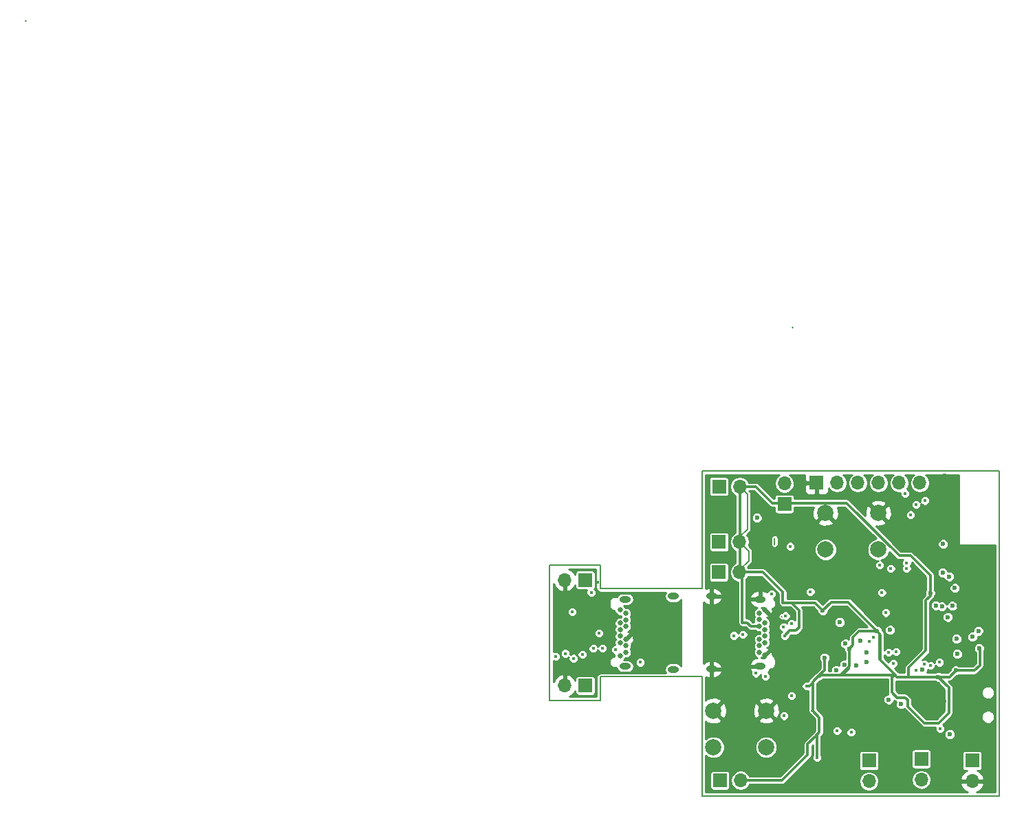
<source format=gbr>
%TF.GenerationSoftware,KiCad,Pcbnew,4.0.7*%
%TF.CreationDate,2019-04-11T13:09:23-05:00*%
%TF.ProjectId,GolfGloveMainBoardV1.0.0,476F6C66476C6F76654D61696E426F61,rev?*%
%TF.FileFunction,Copper,L3,Inr,Signal*%
%FSLAX46Y46*%
G04 Gerber Fmt 4.6, Leading zero omitted, Abs format (unit mm)*
G04 Created by KiCad (PCBNEW 4.0.7) date 04/11/19 13:09:23*
%MOMM*%
%LPD*%
G01*
G04 APERTURE LIST*
%ADD10C,0.100000*%
%ADD11C,0.150000*%
%ADD12O,1.400000X0.800000*%
%ADD13C,0.650000*%
%ADD14C,0.600000*%
%ADD15R,1.700000X1.700000*%
%ADD16O,1.700000X1.700000*%
%ADD17C,2.000000*%
%ADD18C,0.450000*%
%ADD19C,0.250000*%
%ADD20C,0.300000*%
%ADD21C,0.254000*%
G04 APERTURE END LIST*
D10*
D11*
X148925000Y-151345000D02*
X148925000Y-151355000D01*
X112365000Y-151345000D02*
X148925000Y-151345000D01*
X112365000Y-136675000D02*
X112365000Y-151345000D01*
X99805000Y-136675000D02*
X112365000Y-136675000D01*
X99805000Y-139585000D02*
X99805000Y-136675000D01*
X93605000Y-139585000D02*
X99805000Y-139585000D01*
X93605000Y-122935000D02*
X93605000Y-139585000D01*
X99805000Y-122935000D02*
X93605000Y-122935000D01*
X99805000Y-125835000D02*
X99805000Y-122935000D01*
X112375000Y-125835000D02*
X99805000Y-125835000D01*
X112375000Y-111355000D02*
X112375000Y-125835000D01*
X148925000Y-111355000D02*
X112375000Y-111355000D01*
X148925000Y-151345000D02*
X148925000Y-111355000D01*
D12*
X102870000Y-135390000D03*
X102870000Y-127130000D03*
X108820000Y-126770000D03*
X108820000Y-135750000D03*
D13*
X102270000Y-128460000D03*
X102270000Y-130060000D03*
X102270000Y-130860000D03*
X102270000Y-131660000D03*
X102270000Y-132460000D03*
X102270000Y-134060000D03*
X102970000Y-128860000D03*
X102970000Y-129660000D03*
X102970000Y-130460000D03*
X102970000Y-132060000D03*
X102970000Y-132860000D03*
X102970000Y-133660000D03*
D14*
X148275000Y-120875000D03*
X147325000Y-128275000D03*
X143275000Y-121425000D03*
X146325000Y-124075000D03*
X144475000Y-128675000D03*
X113225000Y-130925000D03*
X147725000Y-146925000D03*
X148075000Y-129925000D03*
X146025000Y-129575000D03*
X145375000Y-130225000D03*
X141225000Y-113425000D03*
X141225000Y-115425000D03*
X141225000Y-112425000D03*
X145725000Y-127325000D03*
X148175000Y-128475000D03*
X144725000Y-122925000D03*
X146325000Y-126775000D03*
X143725000Y-122925000D03*
X145225000Y-123925000D03*
X141225000Y-114425000D03*
X144225000Y-123925000D03*
X146325000Y-125875000D03*
X148025000Y-123725000D03*
X148025000Y-122775000D03*
X145225000Y-121925000D03*
X145225000Y-120925000D03*
X144225000Y-120925000D03*
X147475000Y-129175000D03*
X148225000Y-121775000D03*
X146225000Y-121925000D03*
X144225000Y-121925000D03*
X143225000Y-120425000D03*
X148025000Y-126525000D03*
X148025000Y-124675000D03*
X146225000Y-120925000D03*
X142225000Y-113925000D03*
X142225000Y-117925000D03*
X147925000Y-127525000D03*
X148025000Y-125625000D03*
X142225000Y-118925000D03*
X143225000Y-119425000D03*
X142225000Y-115925000D03*
X146325000Y-124975000D03*
X142225000Y-116925000D03*
X142225000Y-111925000D03*
X142225000Y-112925000D03*
X143225000Y-112425000D03*
X143225000Y-113425000D03*
X143225000Y-114425000D03*
X143225000Y-115425000D03*
X143225000Y-116425000D03*
X143225000Y-117425000D03*
X143225000Y-118425000D03*
X142225000Y-114925000D03*
D15*
X97980000Y-124760000D03*
D16*
X95440000Y-124760000D03*
D12*
X119485000Y-127120000D03*
X119485000Y-135380000D03*
X113535000Y-135740000D03*
X113535000Y-126760000D03*
D13*
X120085000Y-134050000D03*
X120085000Y-132450000D03*
X120085000Y-131650000D03*
X120085000Y-130850000D03*
X120085000Y-130050000D03*
X120085000Y-128450000D03*
X119385000Y-133650000D03*
X119385000Y-132850000D03*
X119385000Y-132050000D03*
X119385000Y-130450000D03*
X119385000Y-129650000D03*
X119385000Y-128850000D03*
D15*
X126450000Y-112800000D03*
D16*
X128990000Y-112800000D03*
X131530000Y-112800000D03*
X134070000Y-112800000D03*
X136610000Y-112800000D03*
X139150000Y-112800000D03*
D15*
X114415000Y-123805000D03*
D16*
X116955000Y-123805000D03*
D15*
X114555000Y-149435000D03*
D16*
X117095000Y-149435000D03*
D15*
X114435000Y-120065000D03*
D16*
X116975000Y-120065000D03*
D15*
X114455000Y-113245000D03*
D16*
X116995000Y-113245000D03*
D15*
X97980000Y-137760000D03*
D16*
X95440000Y-137760000D03*
D15*
X122500000Y-115400000D03*
D16*
X122500000Y-112860000D03*
D17*
X127550000Y-121000000D03*
X127550000Y-116500000D03*
X134050000Y-121000000D03*
X134050000Y-116500000D03*
D15*
X145600000Y-147000000D03*
D16*
X145600000Y-149540000D03*
D15*
X139350000Y-146800000D03*
D16*
X139350000Y-149340000D03*
D15*
X132900000Y-147000000D03*
D16*
X132900000Y-149540000D03*
D17*
X113750000Y-145350000D03*
X113750000Y-140850000D03*
X120250000Y-145350000D03*
X120250000Y-140850000D03*
D18*
X128950000Y-144800000D03*
D14*
X143975000Y-127900000D03*
X142900000Y-134300000D03*
X148085000Y-134585000D03*
X140200000Y-120050000D03*
X142145000Y-139705000D03*
X139595000Y-140060000D03*
X128355000Y-137245000D03*
X129255000Y-141275000D03*
X116025000Y-116695000D03*
X134365000Y-129455000D03*
X134465000Y-138755000D03*
X125175000Y-133745000D03*
X142850000Y-143750000D03*
X135335000Y-139475000D03*
D18*
X122500000Y-131600000D03*
X126500000Y-146600000D03*
X125200000Y-137850000D03*
D14*
X127425000Y-134315000D03*
X130475000Y-133215000D03*
X143605000Y-135905000D03*
X133895000Y-131045000D03*
X127225000Y-128515000D03*
X140450000Y-126350000D03*
X146475000Y-133175000D03*
X141435000Y-136695000D03*
D18*
X134500000Y-126300000D03*
X135000000Y-128800000D03*
X98700000Y-126300000D03*
X97600000Y-133900000D03*
X135600000Y-123350000D03*
X134200000Y-122950000D03*
X137550000Y-123350000D03*
D14*
X141115000Y-127885000D03*
D18*
X137550000Y-122650000D03*
D14*
X141885000Y-128025000D03*
X146365000Y-131025000D03*
X143675000Y-132000000D03*
X143475000Y-125750000D03*
X142025000Y-120325000D03*
X143175000Y-127955000D03*
X145625000Y-131750000D03*
X141975000Y-123850000D03*
X142600000Y-129325000D03*
X142775000Y-124325000D03*
D18*
X125700000Y-126200000D03*
D14*
X131815000Y-132255000D03*
X136845000Y-140035000D03*
D18*
X123400000Y-130150000D03*
D14*
X129985000Y-132605000D03*
X129905000Y-135175000D03*
D18*
X122450000Y-141500000D03*
X130700000Y-143500000D03*
X129000000Y-143300000D03*
D14*
X132565000Y-134825000D03*
X131355000Y-135245000D03*
X129300000Y-129950000D03*
X132595000Y-133635000D03*
D18*
X137350000Y-114100000D03*
X138700000Y-115450000D03*
X139800000Y-115000000D03*
X138050000Y-116700000D03*
X118950000Y-136250000D03*
X120150000Y-136600000D03*
X133450000Y-131850000D03*
X94300000Y-134150000D03*
X96350000Y-128650000D03*
D14*
X143775000Y-133850000D03*
X128895000Y-135875000D03*
D18*
X123400000Y-139000000D03*
X104750000Y-134900000D03*
X98950000Y-133150000D03*
X100100000Y-133150000D03*
X99650000Y-131300000D03*
X99500000Y-125050000D03*
X100150000Y-130800000D03*
X99200000Y-129800000D03*
X100450000Y-127200000D03*
X122650000Y-129150000D03*
X140500000Y-135300000D03*
X101700000Y-133350000D03*
X132900000Y-132300000D03*
X135350000Y-133700000D03*
X135900000Y-135050000D03*
X138700000Y-135850000D03*
D14*
X139500000Y-135800000D03*
D18*
X123200000Y-120600000D03*
X136250000Y-133600000D03*
D14*
X135485000Y-130915000D03*
X119115000Y-117095000D03*
D18*
X95500000Y-133800000D03*
X96500000Y-134400000D03*
X139750000Y-135150000D03*
X141600000Y-134900000D03*
X141650000Y-143050000D03*
X116300000Y-131600000D03*
X120900000Y-126500000D03*
X122400000Y-130550000D03*
X117400000Y-131500000D03*
D19*
X29050000Y-55850000D02*
X29050000Y-55875000D01*
X123500000Y-93650000D02*
X123450000Y-93650000D01*
D11*
X122155000Y-129245000D02*
X122145000Y-129235000D01*
X121285000Y-120345000D02*
X121285000Y-119625000D01*
X121275000Y-120355000D02*
X121285000Y-120345000D01*
X148065000Y-134605000D02*
X148065000Y-134615000D01*
X148085000Y-134585000D02*
X148065000Y-134605000D01*
D20*
X124300000Y-128500000D02*
X123382500Y-127582500D01*
X124300000Y-130600000D02*
X124300000Y-128500000D01*
X123900000Y-131000000D02*
X124300000Y-130600000D01*
X123100000Y-131000000D02*
X123900000Y-131000000D01*
X122500000Y-131600000D02*
X123100000Y-131000000D01*
X117300000Y-130000000D02*
X117900000Y-130000000D01*
X117300000Y-124150000D02*
X117300000Y-130000000D01*
X118350000Y-130450000D02*
X119385000Y-130450000D01*
X117900000Y-130000000D02*
X118350000Y-130450000D01*
X126500000Y-143825000D02*
X126300000Y-144025000D01*
X126500000Y-146600000D02*
X126500000Y-143825000D01*
X126300000Y-144025000D02*
X126300000Y-144100000D01*
X126300000Y-144100000D02*
X126300000Y-144025000D01*
X117300000Y-124150000D02*
X116955000Y-123805000D01*
X125550000Y-137800000D02*
X125975000Y-137375000D01*
X125250000Y-137800000D02*
X125550000Y-137800000D01*
X125200000Y-137850000D02*
X125250000Y-137800000D01*
X139900000Y-132000000D02*
X139900000Y-133450000D01*
X137800000Y-135550000D02*
X137800000Y-136695000D01*
X139900000Y-133450000D02*
X137800000Y-135550000D01*
X143605000Y-135905000D02*
X145895000Y-135905000D01*
X146550000Y-133250000D02*
X146475000Y-133175000D01*
X146550000Y-135250000D02*
X146550000Y-133250000D01*
X145895000Y-135905000D02*
X146550000Y-135250000D01*
X142815000Y-136695000D02*
X143605000Y-135905000D01*
X130325000Y-127475000D02*
X128265000Y-127475000D01*
X128265000Y-127475000D02*
X127225000Y-128515000D01*
X127225000Y-128515000D02*
X126292500Y-127582500D01*
X134225000Y-131375000D02*
X133895000Y-131045000D01*
X134225000Y-134500000D02*
X134225000Y-131375000D01*
X133895000Y-131045000D02*
X131705000Y-131045000D01*
X131705000Y-131045000D02*
X130925000Y-131825000D01*
X130925000Y-131825000D02*
X130925000Y-132765000D01*
X130925000Y-132765000D02*
X130475000Y-133215000D01*
X130475000Y-133215000D02*
X130475000Y-135375000D01*
X130475000Y-135375000D02*
X129362500Y-136487500D01*
X126787500Y-136487500D02*
X129362500Y-136487500D01*
X125975000Y-140875000D02*
X125975000Y-137375000D01*
X125975000Y-137375000D02*
X125975000Y-137300000D01*
X125975000Y-137300000D02*
X126787500Y-136487500D01*
X126787500Y-136487500D02*
X127425000Y-135850000D01*
X127425000Y-135850000D02*
X127425000Y-134315000D01*
X117095000Y-149435000D02*
X122190000Y-149435000D01*
X122190000Y-149435000D02*
X125350000Y-146275000D01*
X125350000Y-146275000D02*
X125350000Y-144975000D01*
X125350000Y-144975000D02*
X126300000Y-144025000D01*
X126300000Y-144025000D02*
X126800000Y-143525000D01*
X126800000Y-143525000D02*
X126800000Y-141700000D01*
X126800000Y-141700000D02*
X125975000Y-140875000D01*
X125975000Y-140875000D02*
X125955000Y-140855000D01*
D11*
X130475000Y-133215000D02*
X130475000Y-135725000D01*
X126825000Y-136750000D02*
X126525000Y-136750000D01*
X127125000Y-136450000D02*
X126825000Y-136750000D01*
X129750000Y-136450000D02*
X127125000Y-136450000D01*
X130475000Y-135725000D02*
X129750000Y-136450000D01*
X126050000Y-140950000D02*
X126050000Y-137225000D01*
X126050000Y-137225000D02*
X126525000Y-136750000D01*
X126525000Y-136750000D02*
X127425000Y-135850000D01*
X127425000Y-135850000D02*
X127425000Y-134315000D01*
X126800000Y-141700000D02*
X126050000Y-140950000D01*
X126050000Y-140950000D02*
X125955000Y-140855000D01*
X126800000Y-143525000D02*
X126800000Y-141700000D01*
X125350000Y-144975000D02*
X126800000Y-143525000D01*
X125350000Y-146275000D02*
X125350000Y-144975000D01*
X122190000Y-149435000D02*
X125350000Y-146275000D01*
D20*
X139900000Y-127275000D02*
X139900000Y-132000000D01*
D11*
X130325000Y-127475000D02*
X130350000Y-127475000D01*
D20*
X130350000Y-127475000D02*
X133895000Y-131020000D01*
D11*
X133895000Y-131020000D02*
X133895000Y-131045000D01*
X126292500Y-127582500D02*
X127225000Y-128515000D01*
X134375000Y-131525000D02*
X133895000Y-131045000D01*
X134375000Y-134650000D02*
X134375000Y-131525000D01*
D20*
X133895000Y-131045000D02*
X131705000Y-131045000D01*
D11*
X130925000Y-132765000D02*
X130475000Y-133215000D01*
X130925000Y-131825000D02*
X130925000Y-132765000D01*
X131705000Y-131045000D02*
X130925000Y-131825000D01*
X143625000Y-135925000D02*
X143625000Y-135935000D01*
X143605000Y-135905000D02*
X143625000Y-135925000D01*
X133895000Y-131045000D02*
X133875000Y-131065000D01*
D20*
X140450000Y-126350000D02*
X140445000Y-126730000D01*
X140445000Y-126730000D02*
X139900000Y-127275000D01*
X116995000Y-113245000D02*
X118945000Y-113245000D01*
X118945000Y-113245000D02*
X120975000Y-115275000D01*
X120975000Y-115275000D02*
X130150000Y-115275000D01*
X130150000Y-115275000D02*
X136625000Y-121750000D01*
X136625000Y-121750000D02*
X138025000Y-121750000D01*
X122307500Y-127582500D02*
X122307500Y-126257500D01*
X122307500Y-126257500D02*
X119855000Y-123805000D01*
X119855000Y-123805000D02*
X116955000Y-123805000D01*
X116955000Y-123805000D02*
X116995000Y-123765000D01*
X116995000Y-123765000D02*
X116995000Y-113245000D01*
X126292500Y-127582500D02*
X124400000Y-127582500D01*
X124400000Y-127582500D02*
X123382500Y-127582500D01*
X123382500Y-127582500D02*
X122307500Y-127582500D01*
X140445000Y-124170000D02*
X140450000Y-126350000D01*
X138025000Y-121750000D02*
X140445000Y-124170000D01*
D11*
X136625000Y-121750000D02*
X138025000Y-121750000D01*
X130150000Y-115275000D02*
X136625000Y-121750000D01*
X120975000Y-115275000D02*
X130150000Y-115275000D01*
X118945000Y-113245000D02*
X120975000Y-115275000D01*
X116975000Y-120065000D02*
X116975000Y-119450000D01*
X116975000Y-119450000D02*
X117950000Y-118475000D01*
X117950000Y-114200000D02*
X116995000Y-113245000D01*
X117950000Y-118475000D02*
X117950000Y-114200000D01*
X116955000Y-123805000D02*
X116955000Y-123545000D01*
X116955000Y-123545000D02*
X118125000Y-122375000D01*
X118125000Y-121215000D02*
X116975000Y-120065000D01*
X118125000Y-122375000D02*
X118125000Y-121215000D01*
D20*
X140445000Y-126730000D02*
X139900000Y-127275000D01*
D11*
X122307500Y-127582500D02*
X126292500Y-127582500D01*
X116955000Y-123805000D02*
X119855000Y-123805000D01*
X116995000Y-113245000D02*
X116995000Y-123765000D01*
X116995000Y-123765000D02*
X116955000Y-123805000D01*
X116955000Y-123805000D02*
X116955000Y-120085000D01*
X116955000Y-120085000D02*
X116995000Y-120045000D01*
X116995000Y-120045000D02*
X116995000Y-113245000D01*
X140450000Y-126350000D02*
X140470000Y-126370000D01*
D20*
X141435000Y-136695000D02*
X137800000Y-136695000D01*
X137800000Y-136695000D02*
X136370000Y-136695000D01*
X136370000Y-136695000D02*
X136112500Y-136437500D01*
X141435000Y-136695000D02*
X142815000Y-136695000D01*
X136162500Y-136437500D02*
X136112500Y-136437500D01*
X136112500Y-136437500D02*
X135912500Y-136437500D01*
X135912500Y-136437500D02*
X135725000Y-136625000D01*
X135725000Y-136625000D02*
X135725000Y-138625000D01*
X142725000Y-137985000D02*
X141435000Y-136695000D01*
X136162500Y-136487500D02*
X136162500Y-136437500D01*
X136162500Y-136437500D02*
X134225000Y-134500000D01*
X129362500Y-136487500D02*
X136162500Y-136487500D01*
X136162500Y-136487500D02*
X136200000Y-136450000D01*
D11*
X142825000Y-138085000D02*
X141435000Y-136695000D01*
X135725000Y-136925000D02*
X136200000Y-136450000D01*
X135725000Y-138475000D02*
X135725000Y-136925000D01*
X129750000Y-136450000D02*
X136200000Y-136450000D01*
X136200000Y-136450000D02*
X136445000Y-136695000D01*
X141435000Y-136695000D02*
X136445000Y-136695000D01*
X136445000Y-136695000D02*
X136420000Y-136695000D01*
X136420000Y-136695000D02*
X134375000Y-134650000D01*
X141435000Y-136695000D02*
X141445000Y-136695000D01*
D20*
X135725000Y-138625000D02*
X136325000Y-139225000D01*
X136325000Y-139225000D02*
X137350000Y-139225000D01*
X137350000Y-139225000D02*
X137675000Y-139550000D01*
X137675000Y-140325000D02*
X139745000Y-142395000D01*
X137675000Y-139550000D02*
X137675000Y-140325000D01*
X139745000Y-142395000D02*
X141455000Y-142395000D01*
X141455000Y-142395000D02*
X142725000Y-141125000D01*
X142725000Y-141125000D02*
X142725000Y-137985000D01*
D11*
X142825000Y-141025000D02*
X142825000Y-138085000D01*
X141615000Y-142235000D02*
X142825000Y-141025000D01*
X141615000Y-142395000D02*
X139745000Y-142395000D01*
X137350000Y-139225000D02*
X136475000Y-139225000D01*
X136475000Y-139225000D02*
X135725000Y-138475000D01*
X137625000Y-139500000D02*
X137350000Y-139225000D01*
X139745000Y-142395000D02*
X137625000Y-140275000D01*
X137625000Y-140275000D02*
X137625000Y-139500000D01*
X141615000Y-142395000D02*
X141605000Y-142395000D01*
X141615000Y-142395000D02*
X141615000Y-142235000D01*
D20*
X119385000Y-132050000D02*
X119350000Y-132050000D01*
D21*
G36*
X121608342Y-111992380D02*
X121342362Y-112390447D01*
X121248962Y-112860000D01*
X121342362Y-113329553D01*
X121608342Y-113727620D01*
X122006409Y-113993600D01*
X122475962Y-114087000D01*
X122524038Y-114087000D01*
X122993591Y-113993600D01*
X123391658Y-113727620D01*
X123657638Y-113329553D01*
X123706133Y-113085750D01*
X124965000Y-113085750D01*
X124965000Y-113776309D01*
X125061673Y-114009698D01*
X125240301Y-114188327D01*
X125473690Y-114285000D01*
X126164250Y-114285000D01*
X126323000Y-114126250D01*
X126323000Y-112927000D01*
X125123750Y-112927000D01*
X124965000Y-113085750D01*
X123706133Y-113085750D01*
X123751038Y-112860000D01*
X123657638Y-112390447D01*
X123391658Y-111992380D01*
X123114217Y-111807000D01*
X124971914Y-111807000D01*
X124965000Y-111823691D01*
X124965000Y-112514250D01*
X125123750Y-112673000D01*
X126323000Y-112673000D01*
X126323000Y-112653000D01*
X126577000Y-112653000D01*
X126577000Y-112673000D01*
X126597000Y-112673000D01*
X126597000Y-112927000D01*
X126577000Y-112927000D01*
X126577000Y-114126250D01*
X126735750Y-114285000D01*
X127426310Y-114285000D01*
X127659699Y-114188327D01*
X127838327Y-114009698D01*
X127935000Y-113776309D01*
X127935000Y-113411224D01*
X128122380Y-113691658D01*
X128520447Y-113957638D01*
X128990000Y-114051038D01*
X129459553Y-113957638D01*
X129857620Y-113691658D01*
X130123600Y-113293591D01*
X130217000Y-112824038D01*
X130217000Y-112775962D01*
X130123600Y-112306409D01*
X129857620Y-111908342D01*
X129705951Y-111807000D01*
X130814049Y-111807000D01*
X130662380Y-111908342D01*
X130396400Y-112306409D01*
X130303000Y-112775962D01*
X130303000Y-112824038D01*
X130396400Y-113293591D01*
X130662380Y-113691658D01*
X131060447Y-113957638D01*
X131530000Y-114051038D01*
X131999553Y-113957638D01*
X132397620Y-113691658D01*
X132663600Y-113293591D01*
X132757000Y-112824038D01*
X132757000Y-112775962D01*
X132663600Y-112306409D01*
X132397620Y-111908342D01*
X132245951Y-111807000D01*
X133354049Y-111807000D01*
X133202380Y-111908342D01*
X132936400Y-112306409D01*
X132843000Y-112775962D01*
X132843000Y-112824038D01*
X132936400Y-113293591D01*
X133202380Y-113691658D01*
X133600447Y-113957638D01*
X134070000Y-114051038D01*
X134539553Y-113957638D01*
X134937620Y-113691658D01*
X135203600Y-113293591D01*
X135297000Y-112824038D01*
X135297000Y-112775962D01*
X135203600Y-112306409D01*
X134937620Y-111908342D01*
X134785951Y-111807000D01*
X135894049Y-111807000D01*
X135742380Y-111908342D01*
X135476400Y-112306409D01*
X135383000Y-112775962D01*
X135383000Y-112824038D01*
X135476400Y-113293591D01*
X135742380Y-113691658D01*
X136140447Y-113957638D01*
X136610000Y-114051038D01*
X136748067Y-114023575D01*
X136747896Y-114219220D01*
X136839352Y-114440560D01*
X137008549Y-114610053D01*
X137229729Y-114701895D01*
X137469220Y-114702104D01*
X137690560Y-114610648D01*
X137860053Y-114441451D01*
X137951895Y-114220271D01*
X137952104Y-113980780D01*
X137860648Y-113759440D01*
X137691451Y-113589947D01*
X137577263Y-113542532D01*
X137743600Y-113293591D01*
X137837000Y-112824038D01*
X137837000Y-112775962D01*
X137743600Y-112306409D01*
X137477620Y-111908342D01*
X137325951Y-111807000D01*
X138434049Y-111807000D01*
X138282380Y-111908342D01*
X138016400Y-112306409D01*
X137923000Y-112775962D01*
X137923000Y-112824038D01*
X138016400Y-113293591D01*
X138282380Y-113691658D01*
X138680447Y-113957638D01*
X139150000Y-114051038D01*
X139619553Y-113957638D01*
X140017620Y-113691658D01*
X140283600Y-113293591D01*
X140377000Y-112824038D01*
X140377000Y-112775962D01*
X140283600Y-112306409D01*
X140017620Y-111908342D01*
X139865951Y-111807000D01*
X143948439Y-111807000D01*
X143958000Y-120335142D01*
X143966685Y-120381159D01*
X143993965Y-120423553D01*
X144035590Y-120451994D01*
X144085000Y-120462000D01*
X148473000Y-120462000D01*
X148473000Y-150893000D01*
X146145310Y-150893000D01*
X146481358Y-150735183D01*
X146871645Y-150306924D01*
X147041476Y-149896890D01*
X146920155Y-149667000D01*
X145727000Y-149667000D01*
X145727000Y-149687000D01*
X145473000Y-149687000D01*
X145473000Y-149667000D01*
X144279845Y-149667000D01*
X144158524Y-149896890D01*
X144328355Y-150306924D01*
X144718642Y-150735183D01*
X145054690Y-150893000D01*
X112817000Y-150893000D01*
X112817000Y-148585000D01*
X113320615Y-148585000D01*
X113320615Y-150285000D01*
X113346903Y-150424708D01*
X113429470Y-150553020D01*
X113555453Y-150639101D01*
X113705000Y-150669385D01*
X115405000Y-150669385D01*
X115544708Y-150643097D01*
X115673020Y-150560530D01*
X115759101Y-150434547D01*
X115789385Y-150285000D01*
X115789385Y-148585000D01*
X115763097Y-148445292D01*
X115680530Y-148316980D01*
X115554547Y-148230899D01*
X115405000Y-148200615D01*
X113705000Y-148200615D01*
X113565292Y-148226903D01*
X113436980Y-148309470D01*
X113350899Y-148435453D01*
X113320615Y-148585000D01*
X112817000Y-148585000D01*
X112817000Y-146364444D01*
X112968974Y-146516683D01*
X113474896Y-146726760D01*
X114022701Y-146727238D01*
X114528989Y-146518044D01*
X114916683Y-146131026D01*
X115126760Y-145625104D01*
X115126762Y-145622701D01*
X118872762Y-145622701D01*
X119081956Y-146128989D01*
X119468974Y-146516683D01*
X119974896Y-146726760D01*
X120522701Y-146727238D01*
X121028989Y-146518044D01*
X121416683Y-146131026D01*
X121626760Y-145625104D01*
X121627238Y-145077299D01*
X121418044Y-144571011D01*
X121031026Y-144183317D01*
X120525104Y-143973240D01*
X119977299Y-143972762D01*
X119471011Y-144181956D01*
X119083317Y-144568974D01*
X118873240Y-145074896D01*
X118872762Y-145622701D01*
X115126762Y-145622701D01*
X115127238Y-145077299D01*
X114918044Y-144571011D01*
X114531026Y-144183317D01*
X114025104Y-143973240D01*
X113477299Y-143972762D01*
X112971011Y-144181956D01*
X112817000Y-144335698D01*
X112817000Y-142110523D01*
X112875736Y-142269387D01*
X113485461Y-142495908D01*
X114135460Y-142471856D01*
X114624264Y-142269387D01*
X114722927Y-142002532D01*
X119277073Y-142002532D01*
X119375736Y-142269387D01*
X119985461Y-142495908D01*
X120635460Y-142471856D01*
X121124264Y-142269387D01*
X121222927Y-142002532D01*
X120250000Y-141029605D01*
X119277073Y-142002532D01*
X114722927Y-142002532D01*
X113750000Y-141029605D01*
X113735858Y-141043748D01*
X113556253Y-140864143D01*
X113570395Y-140850000D01*
X113929605Y-140850000D01*
X114902532Y-141822927D01*
X115169387Y-141724264D01*
X115395908Y-141114539D01*
X115376331Y-140585461D01*
X118604092Y-140585461D01*
X118628144Y-141235460D01*
X118830613Y-141724264D01*
X119097468Y-141822927D01*
X120070395Y-140850000D01*
X120429605Y-140850000D01*
X121402532Y-141822927D01*
X121669387Y-141724264D01*
X121708412Y-141619220D01*
X121847896Y-141619220D01*
X121939352Y-141840560D01*
X122108549Y-142010053D01*
X122329729Y-142101895D01*
X122569220Y-142102104D01*
X122790560Y-142010648D01*
X122960053Y-141841451D01*
X123051895Y-141620271D01*
X123052104Y-141380780D01*
X122960648Y-141159440D01*
X122791451Y-140989947D01*
X122570271Y-140898105D01*
X122330780Y-140897896D01*
X122109440Y-140989352D01*
X121939947Y-141158549D01*
X121848105Y-141379729D01*
X121847896Y-141619220D01*
X121708412Y-141619220D01*
X121895908Y-141114539D01*
X121871856Y-140464540D01*
X121669387Y-139975736D01*
X121402532Y-139877073D01*
X120429605Y-140850000D01*
X120070395Y-140850000D01*
X119097468Y-139877073D01*
X118830613Y-139975736D01*
X118604092Y-140585461D01*
X115376331Y-140585461D01*
X115371856Y-140464540D01*
X115169387Y-139975736D01*
X114902532Y-139877073D01*
X113929605Y-140850000D01*
X113570395Y-140850000D01*
X113556253Y-140835858D01*
X113735858Y-140656253D01*
X113750000Y-140670395D01*
X114722927Y-139697468D01*
X119277073Y-139697468D01*
X120250000Y-140670395D01*
X121222927Y-139697468D01*
X121124264Y-139430613D01*
X120514539Y-139204092D01*
X119864540Y-139228144D01*
X119375736Y-139430613D01*
X119277073Y-139697468D01*
X114722927Y-139697468D01*
X114624264Y-139430613D01*
X114014539Y-139204092D01*
X113364540Y-139228144D01*
X112875736Y-139430613D01*
X112817000Y-139589477D01*
X112817000Y-139119220D01*
X122797896Y-139119220D01*
X122889352Y-139340560D01*
X123058549Y-139510053D01*
X123279729Y-139601895D01*
X123519220Y-139602104D01*
X123740560Y-139510648D01*
X123910053Y-139341451D01*
X124001895Y-139120271D01*
X124002104Y-138880780D01*
X123910648Y-138659440D01*
X123741451Y-138489947D01*
X123520271Y-138398105D01*
X123280780Y-138397896D01*
X123059440Y-138489352D01*
X122889947Y-138658549D01*
X122798105Y-138879729D01*
X122797896Y-139119220D01*
X112817000Y-139119220D01*
X112817000Y-136679068D01*
X113108000Y-136775000D01*
X113408000Y-136775000D01*
X113408000Y-135867000D01*
X113662000Y-135867000D01*
X113662000Y-136775000D01*
X113962000Y-136775000D01*
X114348410Y-136647615D01*
X114656658Y-136382053D01*
X114829666Y-136026123D01*
X114701998Y-135867000D01*
X113662000Y-135867000D01*
X113408000Y-135867000D01*
X113388000Y-135867000D01*
X113388000Y-135613000D01*
X113408000Y-135613000D01*
X113408000Y-134705000D01*
X113662000Y-134705000D01*
X113662000Y-135613000D01*
X114701998Y-135613000D01*
X114829666Y-135453877D01*
X114656658Y-135097947D01*
X114348410Y-134832385D01*
X113962000Y-134705000D01*
X113662000Y-134705000D01*
X113408000Y-134705000D01*
X113108000Y-134705000D01*
X112721590Y-134832385D01*
X112502000Y-135021566D01*
X112502000Y-131719220D01*
X115697896Y-131719220D01*
X115789352Y-131940560D01*
X115958549Y-132110053D01*
X116179729Y-132201895D01*
X116419220Y-132202104D01*
X116640560Y-132110648D01*
X116810053Y-131941451D01*
X116870695Y-131795408D01*
X116889352Y-131840560D01*
X117058549Y-132010053D01*
X117279729Y-132101895D01*
X117519220Y-132102104D01*
X117740560Y-132010648D01*
X117910053Y-131841451D01*
X118001895Y-131620271D01*
X118002104Y-131380780D01*
X117910648Y-131159440D01*
X117741451Y-130989947D01*
X117520271Y-130898105D01*
X117280780Y-130897896D01*
X117059440Y-130989352D01*
X116889947Y-131158549D01*
X116829305Y-131304592D01*
X116810648Y-131259440D01*
X116641451Y-131089947D01*
X116420271Y-130998105D01*
X116180780Y-130997896D01*
X115959440Y-131089352D01*
X115789947Y-131258549D01*
X115698105Y-131479729D01*
X115697896Y-131719220D01*
X112502000Y-131719220D01*
X112502000Y-127478434D01*
X112721590Y-127667615D01*
X113108000Y-127795000D01*
X113408000Y-127795000D01*
X113408000Y-126887000D01*
X113662000Y-126887000D01*
X113662000Y-127795000D01*
X113962000Y-127795000D01*
X114348410Y-127667615D01*
X114656658Y-127402053D01*
X114829666Y-127046123D01*
X114701998Y-126887000D01*
X113662000Y-126887000D01*
X113408000Y-126887000D01*
X113388000Y-126887000D01*
X113388000Y-126633000D01*
X113408000Y-126633000D01*
X113408000Y-125725000D01*
X113662000Y-125725000D01*
X113662000Y-126633000D01*
X114701998Y-126633000D01*
X114829666Y-126473877D01*
X114656658Y-126117947D01*
X114348410Y-125852385D01*
X113962000Y-125725000D01*
X113662000Y-125725000D01*
X113408000Y-125725000D01*
X113108000Y-125725000D01*
X112827000Y-125817635D01*
X112827000Y-122955000D01*
X113180615Y-122955000D01*
X113180615Y-124655000D01*
X113206903Y-124794708D01*
X113289470Y-124923020D01*
X113415453Y-125009101D01*
X113565000Y-125039385D01*
X115265000Y-125039385D01*
X115404708Y-125013097D01*
X115533020Y-124930530D01*
X115619101Y-124804547D01*
X115649385Y-124655000D01*
X115649385Y-123780962D01*
X115728000Y-123780962D01*
X115728000Y-123829038D01*
X115821400Y-124298591D01*
X116087380Y-124696658D01*
X116485447Y-124962638D01*
X116773000Y-125019836D01*
X116773000Y-130000000D01*
X116813115Y-130201674D01*
X116927355Y-130372645D01*
X117098326Y-130486885D01*
X117300000Y-130527000D01*
X117681710Y-130527000D01*
X117977355Y-130822645D01*
X118148325Y-130936885D01*
X118350000Y-130977000D01*
X118919168Y-130977000D01*
X118986830Y-131044780D01*
X119244751Y-131151878D01*
X119450242Y-131152058D01*
X119489526Y-131247132D01*
X119492221Y-131249832D01*
X119490220Y-131251830D01*
X119450263Y-131348056D01*
X119245976Y-131347878D01*
X118987868Y-131454526D01*
X118790220Y-131651830D01*
X118683122Y-131909751D01*
X118682878Y-132189024D01*
X118789526Y-132447132D01*
X118792221Y-132449832D01*
X118790220Y-132451830D01*
X118683122Y-132709751D01*
X118682878Y-132989024D01*
X118789526Y-133247132D01*
X118792221Y-133249832D01*
X118790220Y-133251830D01*
X118683122Y-133509751D01*
X118682878Y-133789024D01*
X118789526Y-134047132D01*
X118986830Y-134244780D01*
X119144742Y-134310351D01*
X119146283Y-134327262D01*
X119153630Y-134345000D01*
X119058000Y-134345000D01*
X118671590Y-134472385D01*
X118363342Y-134737947D01*
X118190334Y-135093877D01*
X118318002Y-135253000D01*
X119358000Y-135253000D01*
X119358000Y-135233000D01*
X119612000Y-135233000D01*
X119612000Y-135253000D01*
X119632000Y-135253000D01*
X119632000Y-135507000D01*
X119612000Y-135507000D01*
X119612000Y-135527000D01*
X119358000Y-135527000D01*
X119358000Y-135507000D01*
X118318002Y-135507000D01*
X118190334Y-135666123D01*
X118363342Y-136022053D01*
X118385050Y-136040755D01*
X118348105Y-136129729D01*
X118347896Y-136369220D01*
X118439352Y-136590560D01*
X118608549Y-136760053D01*
X118829729Y-136851895D01*
X119069220Y-136852104D01*
X119290560Y-136760648D01*
X119460053Y-136591451D01*
X119533322Y-136415000D01*
X119574983Y-136415000D01*
X119548105Y-136479729D01*
X119547896Y-136719220D01*
X119639352Y-136940560D01*
X119808549Y-137110053D01*
X120029729Y-137201895D01*
X120269220Y-137202104D01*
X120490560Y-137110648D01*
X120660053Y-136941451D01*
X120751895Y-136720271D01*
X120752104Y-136480780D01*
X120660648Y-136259440D01*
X120508281Y-136106807D01*
X120606658Y-136022053D01*
X120756159Y-135714483D01*
X121003644Y-135665255D01*
X121231389Y-135513081D01*
X121383563Y-135285336D01*
X121437000Y-135016692D01*
X121437000Y-134683308D01*
X121383563Y-134414664D01*
X121231389Y-134186919D01*
X121050434Y-134066009D01*
X121023717Y-133772738D01*
X120944827Y-133582279D01*
X120747675Y-133566930D01*
X120264605Y-134050000D01*
X120278748Y-134064143D01*
X120099143Y-134243748D01*
X120085000Y-134229605D01*
X119955323Y-134359282D01*
X119912000Y-134345000D01*
X119610395Y-134345000D01*
X119659075Y-134296320D01*
X119782132Y-134245474D01*
X119979780Y-134048170D01*
X120051386Y-133875724D01*
X120070858Y-133856253D01*
X120085000Y-133870395D01*
X120568070Y-133387325D01*
X120552721Y-133190173D01*
X120312761Y-133115457D01*
X120482132Y-133045474D01*
X120679780Y-132848170D01*
X120786878Y-132590249D01*
X120787122Y-132310976D01*
X120680474Y-132052868D01*
X120677779Y-132050168D01*
X120679780Y-132048170D01*
X120786878Y-131790249D01*
X120787122Y-131510976D01*
X120680474Y-131252868D01*
X120677779Y-131250168D01*
X120679780Y-131248170D01*
X120786878Y-130990249D01*
X120787122Y-130710976D01*
X120680474Y-130452868D01*
X120677779Y-130450168D01*
X120679780Y-130448170D01*
X120786878Y-130190249D01*
X120787122Y-129910976D01*
X120680474Y-129652868D01*
X120483170Y-129455220D01*
X120330075Y-129391649D01*
X120362262Y-129388717D01*
X120552721Y-129309827D01*
X120558546Y-129235000D01*
X121693000Y-129235000D01*
X121727406Y-129407973D01*
X121825388Y-129554612D01*
X121835388Y-129564612D01*
X121982027Y-129662594D01*
X122155000Y-129697000D01*
X122318977Y-129664383D01*
X122529729Y-129751895D01*
X122769220Y-129752104D01*
X122990560Y-129660648D01*
X123160053Y-129491451D01*
X123251895Y-129270271D01*
X123252104Y-129030780D01*
X123160648Y-128809440D01*
X122991451Y-128639947D01*
X122770271Y-128548105D01*
X122530780Y-128547896D01*
X122309440Y-128639352D01*
X122162128Y-128786407D01*
X122145000Y-128783000D01*
X121972027Y-128817406D01*
X121825388Y-128915388D01*
X121727406Y-129062027D01*
X121693000Y-129235000D01*
X120558546Y-129235000D01*
X120568070Y-129112675D01*
X120085000Y-128629605D01*
X120070858Y-128643748D01*
X120051236Y-128624126D01*
X119980474Y-128452868D01*
X119783170Y-128255220D01*
X119659094Y-128203699D01*
X119610395Y-128155000D01*
X119912000Y-128155000D01*
X119955323Y-128140718D01*
X120085000Y-128270395D01*
X120099143Y-128256253D01*
X120278748Y-128435858D01*
X120264605Y-128450000D01*
X120747675Y-128933070D01*
X120944827Y-128917721D01*
X121058366Y-128553076D01*
X121034036Y-128286006D01*
X121132132Y-128245474D01*
X121329780Y-128048170D01*
X121436878Y-127790249D01*
X121437122Y-127510976D01*
X121330474Y-127252868D01*
X121133170Y-127055220D01*
X121132929Y-127055120D01*
X121240560Y-127010648D01*
X121410053Y-126841451D01*
X121501895Y-126620271D01*
X121502104Y-126380780D01*
X121410648Y-126159440D01*
X121241451Y-125989947D01*
X121020271Y-125898105D01*
X120780780Y-125897896D01*
X120559440Y-125989352D01*
X120389947Y-126158549D01*
X120349364Y-126256283D01*
X120298410Y-126212385D01*
X119912000Y-126085000D01*
X119612000Y-126085000D01*
X119612000Y-126993000D01*
X119632000Y-126993000D01*
X119632000Y-127247000D01*
X119612000Y-127247000D01*
X119612000Y-127267000D01*
X119358000Y-127267000D01*
X119358000Y-127247000D01*
X118318002Y-127247000D01*
X118190334Y-127406123D01*
X118363342Y-127762053D01*
X118671590Y-128027615D01*
X119058000Y-128155000D01*
X119171393Y-128155000D01*
X119162926Y-128182194D01*
X118987868Y-128254526D01*
X118790220Y-128451830D01*
X118683122Y-128709751D01*
X118682878Y-128989024D01*
X118789526Y-129247132D01*
X118792221Y-129249832D01*
X118790220Y-129251830D01*
X118683122Y-129509751D01*
X118682878Y-129789024D01*
X118738236Y-129923000D01*
X118568290Y-129923000D01*
X118272645Y-129627355D01*
X118101675Y-129513115D01*
X117900000Y-129473000D01*
X117827000Y-129473000D01*
X117827000Y-126833877D01*
X118190334Y-126833877D01*
X118318002Y-126993000D01*
X119358000Y-126993000D01*
X119358000Y-126085000D01*
X119058000Y-126085000D01*
X118671590Y-126212385D01*
X118363342Y-126477947D01*
X118190334Y-126833877D01*
X117827000Y-126833877D01*
X117827000Y-124690103D01*
X118066277Y-124332000D01*
X119636710Y-124332000D01*
X121780500Y-126475790D01*
X121780500Y-127582500D01*
X121820615Y-127784174D01*
X121934855Y-127955145D01*
X122105826Y-128069385D01*
X122307500Y-128109500D01*
X123164210Y-128109500D01*
X123773000Y-128718290D01*
X123773000Y-129671551D01*
X123741451Y-129639947D01*
X123520271Y-129548105D01*
X123280780Y-129547896D01*
X123059440Y-129639352D01*
X122889947Y-129808549D01*
X122798105Y-130029729D01*
X122798047Y-130096642D01*
X122741451Y-130039947D01*
X122520271Y-129948105D01*
X122280780Y-129947896D01*
X122059440Y-130039352D01*
X121889947Y-130208549D01*
X121798105Y-130429729D01*
X121797896Y-130669220D01*
X121889352Y-130890560D01*
X122058549Y-131060053D01*
X122150530Y-131098247D01*
X121989947Y-131258549D01*
X121898105Y-131479729D01*
X121897896Y-131719220D01*
X121989352Y-131940560D01*
X122158549Y-132110053D01*
X122379729Y-132201895D01*
X122619220Y-132202104D01*
X122840560Y-132110648D01*
X123010053Y-131941451D01*
X123085475Y-131759815D01*
X123318290Y-131527000D01*
X123900000Y-131527000D01*
X124101675Y-131486885D01*
X124272645Y-131372645D01*
X124672645Y-130972646D01*
X124759054Y-130843325D01*
X124786885Y-130801674D01*
X124827000Y-130600000D01*
X124827000Y-130084073D01*
X128622883Y-130084073D01*
X128725733Y-130332989D01*
X128916010Y-130523598D01*
X129164746Y-130626882D01*
X129434073Y-130627117D01*
X129682989Y-130524267D01*
X129873598Y-130333990D01*
X129976882Y-130085254D01*
X129977117Y-129815927D01*
X129874267Y-129567011D01*
X129683990Y-129376402D01*
X129435254Y-129273118D01*
X129165927Y-129272883D01*
X128917011Y-129375733D01*
X128726402Y-129566010D01*
X128623118Y-129814746D01*
X128622883Y-130084073D01*
X124827000Y-130084073D01*
X124827000Y-128500000D01*
X124817625Y-128452868D01*
X124786885Y-128298325D01*
X124672645Y-128127355D01*
X124654790Y-128109500D01*
X126074210Y-128109500D01*
X126547940Y-128583230D01*
X126547883Y-128649073D01*
X126650733Y-128897989D01*
X126841010Y-129088598D01*
X127089746Y-129191882D01*
X127359073Y-129192117D01*
X127607989Y-129089267D01*
X127798598Y-128898990D01*
X127901882Y-128650254D01*
X127901940Y-128583350D01*
X128483290Y-128002000D01*
X130131710Y-128002000D01*
X132647710Y-130518000D01*
X131705000Y-130518000D01*
X131503326Y-130558115D01*
X131332355Y-130672354D01*
X130552355Y-131452355D01*
X130438115Y-131623325D01*
X130432445Y-131651830D01*
X130398000Y-131825000D01*
X130398000Y-132060463D01*
X130368990Y-132031402D01*
X130120254Y-131928118D01*
X129850927Y-131927883D01*
X129602011Y-132030733D01*
X129411402Y-132221010D01*
X129308118Y-132469746D01*
X129307883Y-132739073D01*
X129410733Y-132987989D01*
X129601010Y-133178598D01*
X129797960Y-133260379D01*
X129797883Y-133349073D01*
X129900733Y-133597989D01*
X129948000Y-133645338D01*
X129948000Y-134498038D01*
X129770927Y-134497883D01*
X129522011Y-134600733D01*
X129331402Y-134791010D01*
X129228118Y-135039746D01*
X129227908Y-135280191D01*
X129030254Y-135198118D01*
X128760927Y-135197883D01*
X128512011Y-135300733D01*
X128321402Y-135491010D01*
X128218118Y-135739746D01*
X128217925Y-135960500D01*
X127930021Y-135960500D01*
X127952000Y-135850000D01*
X127952000Y-134745507D01*
X127998598Y-134698990D01*
X128101882Y-134450254D01*
X128102117Y-134180927D01*
X127999267Y-133932011D01*
X127808990Y-133741402D01*
X127560254Y-133638118D01*
X127290927Y-133637883D01*
X127042011Y-133740733D01*
X126851402Y-133931010D01*
X126748118Y-134179746D01*
X126747883Y-134449073D01*
X126850733Y-134697989D01*
X126898000Y-134745338D01*
X126898000Y-135631710D01*
X126414858Y-136114852D01*
X126414855Y-136114854D01*
X125602355Y-136927355D01*
X125488115Y-137098325D01*
X125483579Y-137121131D01*
X125345944Y-137258766D01*
X125320271Y-137248105D01*
X125080780Y-137247896D01*
X124859440Y-137339352D01*
X124689947Y-137508549D01*
X124598105Y-137729729D01*
X124597896Y-137969220D01*
X124689352Y-138190560D01*
X124858549Y-138360053D01*
X125079729Y-138451895D01*
X125319220Y-138452104D01*
X125448000Y-138398893D01*
X125448000Y-140754452D01*
X125428000Y-140855000D01*
X125468115Y-141056675D01*
X125582355Y-141227645D01*
X126273000Y-141918290D01*
X126273000Y-143306710D01*
X124977355Y-144602355D01*
X124863115Y-144773325D01*
X124863115Y-144773326D01*
X124823000Y-144975000D01*
X124823000Y-146056710D01*
X121971710Y-148908000D01*
X118206277Y-148908000D01*
X117962620Y-148543342D01*
X117564553Y-148277362D01*
X117095000Y-148183962D01*
X116625447Y-148277362D01*
X116227380Y-148543342D01*
X115961400Y-148941409D01*
X115868000Y-149410962D01*
X115868000Y-149459038D01*
X115961400Y-149928591D01*
X116227380Y-150326658D01*
X116625447Y-150592638D01*
X117095000Y-150686038D01*
X117564553Y-150592638D01*
X117962620Y-150326658D01*
X118206277Y-149962000D01*
X122190000Y-149962000D01*
X122391675Y-149921885D01*
X122562645Y-149807645D01*
X122830290Y-149540000D01*
X131648962Y-149540000D01*
X131742362Y-150009553D01*
X132008342Y-150407620D01*
X132406409Y-150673600D01*
X132875962Y-150767000D01*
X132924038Y-150767000D01*
X133393591Y-150673600D01*
X133791658Y-150407620D01*
X134057638Y-150009553D01*
X134151038Y-149540000D01*
X134111256Y-149340000D01*
X138098962Y-149340000D01*
X138192362Y-149809553D01*
X138458342Y-150207620D01*
X138856409Y-150473600D01*
X139325962Y-150567000D01*
X139374038Y-150567000D01*
X139843591Y-150473600D01*
X140241658Y-150207620D01*
X140507638Y-149809553D01*
X140601038Y-149340000D01*
X140569831Y-149183110D01*
X144158524Y-149183110D01*
X144279845Y-149413000D01*
X145473000Y-149413000D01*
X145473000Y-149393000D01*
X145727000Y-149393000D01*
X145727000Y-149413000D01*
X146920155Y-149413000D01*
X147041476Y-149183110D01*
X146871645Y-148773076D01*
X146481358Y-148344817D01*
X146246209Y-148234385D01*
X146450000Y-148234385D01*
X146589708Y-148208097D01*
X146718020Y-148125530D01*
X146804101Y-147999547D01*
X146834385Y-147850000D01*
X146834385Y-146150000D01*
X146808097Y-146010292D01*
X146725530Y-145881980D01*
X146599547Y-145795899D01*
X146450000Y-145765615D01*
X144750000Y-145765615D01*
X144610292Y-145791903D01*
X144481980Y-145874470D01*
X144395899Y-146000453D01*
X144365615Y-146150000D01*
X144365615Y-147850000D01*
X144391903Y-147989708D01*
X144474470Y-148118020D01*
X144600453Y-148204101D01*
X144750000Y-148234385D01*
X144953791Y-148234385D01*
X144718642Y-148344817D01*
X144328355Y-148773076D01*
X144158524Y-149183110D01*
X140569831Y-149183110D01*
X140507638Y-148870447D01*
X140241658Y-148472380D01*
X139843591Y-148206400D01*
X139374038Y-148113000D01*
X139325962Y-148113000D01*
X138856409Y-148206400D01*
X138458342Y-148472380D01*
X138192362Y-148870447D01*
X138098962Y-149340000D01*
X134111256Y-149340000D01*
X134057638Y-149070447D01*
X133791658Y-148672380D01*
X133393591Y-148406400D01*
X132924038Y-148313000D01*
X132875962Y-148313000D01*
X132406409Y-148406400D01*
X132008342Y-148672380D01*
X131742362Y-149070447D01*
X131648962Y-149540000D01*
X122830290Y-149540000D01*
X125722645Y-146647645D01*
X125836885Y-146476675D01*
X125877000Y-146275000D01*
X125877000Y-145193290D01*
X125973000Y-145097290D01*
X125973000Y-146299362D01*
X125898105Y-146479729D01*
X125897896Y-146719220D01*
X125989352Y-146940560D01*
X126158549Y-147110053D01*
X126379729Y-147201895D01*
X126619220Y-147202104D01*
X126840560Y-147110648D01*
X127010053Y-146941451D01*
X127101895Y-146720271D01*
X127102104Y-146480780D01*
X127027000Y-146299015D01*
X127027000Y-146150000D01*
X131665615Y-146150000D01*
X131665615Y-147850000D01*
X131691903Y-147989708D01*
X131774470Y-148118020D01*
X131900453Y-148204101D01*
X132050000Y-148234385D01*
X133750000Y-148234385D01*
X133889708Y-148208097D01*
X134018020Y-148125530D01*
X134104101Y-147999547D01*
X134134385Y-147850000D01*
X134134385Y-146150000D01*
X134108097Y-146010292D01*
X134069300Y-145950000D01*
X138115615Y-145950000D01*
X138115615Y-147650000D01*
X138141903Y-147789708D01*
X138224470Y-147918020D01*
X138350453Y-148004101D01*
X138500000Y-148034385D01*
X140200000Y-148034385D01*
X140339708Y-148008097D01*
X140468020Y-147925530D01*
X140554101Y-147799547D01*
X140584385Y-147650000D01*
X140584385Y-145950000D01*
X140558097Y-145810292D01*
X140475530Y-145681980D01*
X140349547Y-145595899D01*
X140200000Y-145565615D01*
X138500000Y-145565615D01*
X138360292Y-145591903D01*
X138231980Y-145674470D01*
X138145899Y-145800453D01*
X138115615Y-145950000D01*
X134069300Y-145950000D01*
X134025530Y-145881980D01*
X133899547Y-145795899D01*
X133750000Y-145765615D01*
X132050000Y-145765615D01*
X131910292Y-145791903D01*
X131781980Y-145874470D01*
X131695899Y-146000453D01*
X131665615Y-146150000D01*
X127027000Y-146150000D01*
X127027000Y-144043290D01*
X127172645Y-143897645D01*
X127286885Y-143726674D01*
X127327000Y-143525000D01*
X127327000Y-143419220D01*
X128397896Y-143419220D01*
X128489352Y-143640560D01*
X128658549Y-143810053D01*
X128879729Y-143901895D01*
X129119220Y-143902104D01*
X129340560Y-143810648D01*
X129510053Y-143641451D01*
X129519284Y-143619220D01*
X130097896Y-143619220D01*
X130189352Y-143840560D01*
X130358549Y-144010053D01*
X130579729Y-144101895D01*
X130819220Y-144102104D01*
X131040560Y-144010648D01*
X131167356Y-143884073D01*
X142172883Y-143884073D01*
X142275733Y-144132989D01*
X142466010Y-144323598D01*
X142714746Y-144426882D01*
X142984073Y-144427117D01*
X143232989Y-144324267D01*
X143423598Y-144133990D01*
X143526882Y-143885254D01*
X143527117Y-143615927D01*
X143424267Y-143367011D01*
X143233990Y-143176402D01*
X142985254Y-143073118D01*
X142715927Y-143072883D01*
X142467011Y-143175733D01*
X142276402Y-143366010D01*
X142173118Y-143614746D01*
X142172883Y-143884073D01*
X131167356Y-143884073D01*
X131210053Y-143841451D01*
X131301895Y-143620271D01*
X131302104Y-143380780D01*
X131210648Y-143159440D01*
X131041451Y-142989947D01*
X130820271Y-142898105D01*
X130580780Y-142897896D01*
X130359440Y-142989352D01*
X130189947Y-143158549D01*
X130098105Y-143379729D01*
X130097896Y-143619220D01*
X129519284Y-143619220D01*
X129601895Y-143420271D01*
X129602104Y-143180780D01*
X129510648Y-142959440D01*
X129341451Y-142789947D01*
X129120271Y-142698105D01*
X128880780Y-142697896D01*
X128659440Y-142789352D01*
X128489947Y-142958549D01*
X128398105Y-143179729D01*
X128397896Y-143419220D01*
X127327000Y-143419220D01*
X127327000Y-141700000D01*
X127286885Y-141498326D01*
X127286885Y-141498325D01*
X127172645Y-141327355D01*
X126502000Y-140656710D01*
X126502000Y-137518290D01*
X126818291Y-137202000D01*
X126825000Y-137202000D01*
X126997973Y-137167594D01*
X127144612Y-137069612D01*
X127199724Y-137014500D01*
X135198000Y-137014500D01*
X135198000Y-138625000D01*
X135232393Y-138797910D01*
X135200927Y-138797883D01*
X134952011Y-138900733D01*
X134761402Y-139091010D01*
X134658118Y-139339746D01*
X134657883Y-139609073D01*
X134760733Y-139857989D01*
X134951010Y-140048598D01*
X135199746Y-140151882D01*
X135469073Y-140152117D01*
X135717989Y-140049267D01*
X135908598Y-139858990D01*
X136003052Y-139631520D01*
X136123325Y-139711885D01*
X136236756Y-139734447D01*
X136168118Y-139899746D01*
X136167883Y-140169073D01*
X136270733Y-140417989D01*
X136461010Y-140608598D01*
X136709746Y-140711882D01*
X136979073Y-140712117D01*
X137227989Y-140609267D01*
X137237175Y-140600097D01*
X137302355Y-140697645D01*
X139372355Y-142767645D01*
X139543325Y-142881885D01*
X139745000Y-142922000D01*
X141051314Y-142922000D01*
X141048105Y-142929729D01*
X141047896Y-143169220D01*
X141139352Y-143390560D01*
X141308549Y-143560053D01*
X141529729Y-143651895D01*
X141769220Y-143652104D01*
X141990560Y-143560648D01*
X142160053Y-143391451D01*
X142251895Y-143170271D01*
X142252104Y-142930780D01*
X142160648Y-142709440D01*
X142027315Y-142575874D01*
X142032594Y-142567973D01*
X142033904Y-142561386D01*
X142806511Y-141788779D01*
X146727857Y-141788779D01*
X146853495Y-142092846D01*
X147085930Y-142325688D01*
X147389778Y-142451856D01*
X147718779Y-142452143D01*
X148022846Y-142326505D01*
X148255688Y-142094070D01*
X148381856Y-141790222D01*
X148382143Y-141461221D01*
X148256505Y-141157154D01*
X148024070Y-140924312D01*
X147720222Y-140798144D01*
X147391221Y-140797857D01*
X147087154Y-140923495D01*
X146854312Y-141155930D01*
X146728144Y-141459778D01*
X146727857Y-141788779D01*
X142806511Y-141788779D01*
X143097645Y-141497645D01*
X143211885Y-141326675D01*
X143227534Y-141248000D01*
X143235319Y-141208860D01*
X143242594Y-141197973D01*
X143247561Y-141173000D01*
X143277000Y-141025000D01*
X143277000Y-138788779D01*
X146727857Y-138788779D01*
X146853495Y-139092846D01*
X147085930Y-139325688D01*
X147389778Y-139451856D01*
X147718779Y-139452143D01*
X148022846Y-139326505D01*
X148255688Y-139094070D01*
X148381856Y-138790222D01*
X148382143Y-138461221D01*
X148256505Y-138157154D01*
X148024070Y-137924312D01*
X147720222Y-137798144D01*
X147391221Y-137797857D01*
X147087154Y-137923495D01*
X146854312Y-138155930D01*
X146728144Y-138459778D01*
X146727857Y-138788779D01*
X143277000Y-138788779D01*
X143277000Y-138085000D01*
X143242594Y-137912027D01*
X143235319Y-137901140D01*
X143211885Y-137783326D01*
X143137930Y-137672645D01*
X143097645Y-137612354D01*
X142707291Y-137222000D01*
X142815000Y-137222000D01*
X143016675Y-137181885D01*
X143187645Y-137067645D01*
X143673230Y-136582060D01*
X143739073Y-136582117D01*
X143987989Y-136479267D01*
X144035338Y-136432000D01*
X145895000Y-136432000D01*
X146096675Y-136391885D01*
X146267645Y-136277645D01*
X146922645Y-135622645D01*
X147036885Y-135451675D01*
X147077000Y-135250000D01*
X147077000Y-133490590D01*
X147151882Y-133310254D01*
X147152117Y-133040927D01*
X147049267Y-132792011D01*
X146858990Y-132601402D01*
X146610254Y-132498118D01*
X146340927Y-132497883D01*
X146092011Y-132600733D01*
X145901402Y-132791010D01*
X145798118Y-133039746D01*
X145797883Y-133309073D01*
X145900733Y-133557989D01*
X146023000Y-133680469D01*
X146023000Y-135031710D01*
X145676710Y-135378000D01*
X144035507Y-135378000D01*
X143988990Y-135331402D01*
X143740254Y-135228118D01*
X143470927Y-135227883D01*
X143222011Y-135330733D01*
X143031402Y-135521010D01*
X142928118Y-135769746D01*
X142928060Y-135836650D01*
X142596710Y-136168000D01*
X141865507Y-136168000D01*
X141818990Y-136121402D01*
X141570254Y-136018118D01*
X141300927Y-136017883D01*
X141052011Y-136120733D01*
X141004662Y-136168000D01*
X140080238Y-136168000D01*
X140176882Y-135935254D01*
X140176985Y-135817708D01*
X140379729Y-135901895D01*
X140619220Y-135902104D01*
X140840560Y-135810648D01*
X141010053Y-135641451D01*
X141101895Y-135420271D01*
X141102041Y-135253271D01*
X141258549Y-135410053D01*
X141479729Y-135501895D01*
X141719220Y-135502104D01*
X141940560Y-135410648D01*
X142110053Y-135241451D01*
X142201895Y-135020271D01*
X142202104Y-134780780D01*
X142110648Y-134559440D01*
X141941451Y-134389947D01*
X141720271Y-134298105D01*
X141480780Y-134297896D01*
X141259440Y-134389352D01*
X141089947Y-134558549D01*
X140998105Y-134779729D01*
X140997959Y-134946729D01*
X140841451Y-134789947D01*
X140620271Y-134698105D01*
X140380780Y-134697896D01*
X140216896Y-134765612D01*
X140091451Y-134639947D01*
X139870271Y-134548105D01*
X139630780Y-134547896D01*
X139488680Y-134606611D01*
X140111218Y-133984073D01*
X143097883Y-133984073D01*
X143200733Y-134232989D01*
X143391010Y-134423598D01*
X143639746Y-134526882D01*
X143909073Y-134527117D01*
X144157989Y-134424267D01*
X144348598Y-134233990D01*
X144451882Y-133985254D01*
X144452117Y-133715927D01*
X144349267Y-133467011D01*
X144158990Y-133276402D01*
X143910254Y-133173118D01*
X143640927Y-133172883D01*
X143392011Y-133275733D01*
X143201402Y-133466010D01*
X143098118Y-133714746D01*
X143097883Y-133984073D01*
X140111218Y-133984073D01*
X140272645Y-133822646D01*
X140386884Y-133651675D01*
X140386885Y-133651674D01*
X140427000Y-133450000D01*
X140427000Y-132134073D01*
X142997883Y-132134073D01*
X143100733Y-132382989D01*
X143291010Y-132573598D01*
X143539746Y-132676882D01*
X143809073Y-132677117D01*
X144057989Y-132574267D01*
X144248598Y-132383990D01*
X144351882Y-132135254D01*
X144352101Y-131884073D01*
X144947883Y-131884073D01*
X145050733Y-132132989D01*
X145241010Y-132323598D01*
X145489746Y-132426882D01*
X145759073Y-132427117D01*
X146007989Y-132324267D01*
X146198598Y-132133990D01*
X146301882Y-131885254D01*
X146302042Y-131701945D01*
X146499073Y-131702117D01*
X146747989Y-131599267D01*
X146938598Y-131408990D01*
X147041882Y-131160254D01*
X147042117Y-130890927D01*
X146939267Y-130642011D01*
X146748990Y-130451402D01*
X146500254Y-130348118D01*
X146230927Y-130347883D01*
X145982011Y-130450733D01*
X145791402Y-130641010D01*
X145688118Y-130889746D01*
X145687958Y-131073055D01*
X145490927Y-131072883D01*
X145242011Y-131175733D01*
X145051402Y-131366010D01*
X144948118Y-131614746D01*
X144947883Y-131884073D01*
X144352101Y-131884073D01*
X144352117Y-131865927D01*
X144249267Y-131617011D01*
X144058990Y-131426402D01*
X143810254Y-131323118D01*
X143540927Y-131322883D01*
X143292011Y-131425733D01*
X143101402Y-131616010D01*
X142998118Y-131864746D01*
X142997883Y-132134073D01*
X140427000Y-132134073D01*
X140427000Y-129459073D01*
X141922883Y-129459073D01*
X142025733Y-129707989D01*
X142216010Y-129898598D01*
X142464746Y-130001882D01*
X142734073Y-130002117D01*
X142982989Y-129899267D01*
X143173598Y-129708990D01*
X143276882Y-129460254D01*
X143277117Y-129190927D01*
X143174267Y-128942011D01*
X142983990Y-128751402D01*
X142735254Y-128648118D01*
X142465927Y-128647883D01*
X142217011Y-128750733D01*
X142026402Y-128941010D01*
X141923118Y-129189746D01*
X141922883Y-129459073D01*
X140427000Y-129459073D01*
X140427000Y-128019073D01*
X140437883Y-128019073D01*
X140540733Y-128267989D01*
X140731010Y-128458598D01*
X140979746Y-128561882D01*
X141249073Y-128562117D01*
X141401656Y-128499071D01*
X141501010Y-128598598D01*
X141749746Y-128701882D01*
X142019073Y-128702117D01*
X142267989Y-128599267D01*
X142458598Y-128408990D01*
X142544546Y-128202005D01*
X142600733Y-128337989D01*
X142791010Y-128528598D01*
X143039746Y-128631882D01*
X143309073Y-128632117D01*
X143557989Y-128529267D01*
X143748598Y-128338990D01*
X143851882Y-128090254D01*
X143852117Y-127820927D01*
X143749267Y-127572011D01*
X143558990Y-127381402D01*
X143310254Y-127278118D01*
X143040927Y-127277883D01*
X142792011Y-127380733D01*
X142601402Y-127571010D01*
X142515454Y-127777995D01*
X142459267Y-127642011D01*
X142268990Y-127451402D01*
X142020254Y-127348118D01*
X141750927Y-127347883D01*
X141598344Y-127410929D01*
X141498990Y-127311402D01*
X141250254Y-127208118D01*
X140980927Y-127207883D01*
X140732011Y-127310733D01*
X140541402Y-127501010D01*
X140438118Y-127749746D01*
X140437883Y-128019073D01*
X140427000Y-128019073D01*
X140427000Y-127493290D01*
X140817645Y-127102646D01*
X140872888Y-127019968D01*
X140929189Y-126938062D01*
X140929923Y-126934610D01*
X140931884Y-126931675D01*
X140951272Y-126834205D01*
X140958833Y-126798642D01*
X141023598Y-126733990D01*
X141126882Y-126485254D01*
X141127117Y-126215927D01*
X141024267Y-125967011D01*
X140976012Y-125918672D01*
X140975933Y-125884073D01*
X142797883Y-125884073D01*
X142900733Y-126132989D01*
X143091010Y-126323598D01*
X143339746Y-126426882D01*
X143609073Y-126427117D01*
X143857989Y-126324267D01*
X144048598Y-126133990D01*
X144151882Y-125885254D01*
X144152117Y-125615927D01*
X144049267Y-125367011D01*
X143858990Y-125176402D01*
X143610254Y-125073118D01*
X143340927Y-125072883D01*
X143092011Y-125175733D01*
X142901402Y-125366010D01*
X142798118Y-125614746D01*
X142797883Y-125884073D01*
X140975933Y-125884073D01*
X140971999Y-124168791D01*
X140951825Y-124068573D01*
X140935018Y-123984073D01*
X141297883Y-123984073D01*
X141400733Y-124232989D01*
X141591010Y-124423598D01*
X141839746Y-124526882D01*
X142109073Y-124527117D01*
X142123530Y-124521143D01*
X142200733Y-124707989D01*
X142391010Y-124898598D01*
X142639746Y-125001882D01*
X142909073Y-125002117D01*
X143157989Y-124899267D01*
X143348598Y-124708990D01*
X143451882Y-124460254D01*
X143452117Y-124190927D01*
X143349267Y-123942011D01*
X143158990Y-123751402D01*
X142910254Y-123648118D01*
X142640927Y-123647883D01*
X142626470Y-123653857D01*
X142549267Y-123467011D01*
X142358990Y-123276402D01*
X142110254Y-123173118D01*
X141840927Y-123172883D01*
X141592011Y-123275733D01*
X141401402Y-123466010D01*
X141298118Y-123714746D01*
X141297883Y-123984073D01*
X140935018Y-123984073D01*
X140931885Y-123968325D01*
X140931542Y-123967812D01*
X140931421Y-123967210D01*
X140874544Y-123882509D01*
X140817645Y-123797355D01*
X138397645Y-121377355D01*
X138226675Y-121263115D01*
X138025000Y-121223000D01*
X136843290Y-121223000D01*
X136079363Y-120459073D01*
X141347883Y-120459073D01*
X141450733Y-120707989D01*
X141641010Y-120898598D01*
X141889746Y-121001882D01*
X142159073Y-121002117D01*
X142407989Y-120899267D01*
X142598598Y-120708990D01*
X142701882Y-120460254D01*
X142702117Y-120190927D01*
X142599267Y-119942011D01*
X142408990Y-119751402D01*
X142160254Y-119648118D01*
X141890927Y-119647883D01*
X141642011Y-119750733D01*
X141451402Y-119941010D01*
X141348118Y-120189746D01*
X141347883Y-120459073D01*
X136079363Y-120459073D01*
X133754811Y-118134521D01*
X133785461Y-118145908D01*
X134435460Y-118121856D01*
X134924264Y-117919387D01*
X135022927Y-117652532D01*
X134050000Y-116679605D01*
X134035858Y-116693748D01*
X133856253Y-116514143D01*
X133870395Y-116500000D01*
X134229605Y-116500000D01*
X135202532Y-117472927D01*
X135469387Y-117374264D01*
X135675593Y-116819220D01*
X137447896Y-116819220D01*
X137539352Y-117040560D01*
X137708549Y-117210053D01*
X137929729Y-117301895D01*
X138169220Y-117302104D01*
X138390560Y-117210648D01*
X138560053Y-117041451D01*
X138651895Y-116820271D01*
X138652104Y-116580780D01*
X138560648Y-116359440D01*
X138391451Y-116189947D01*
X138170271Y-116098105D01*
X137930780Y-116097896D01*
X137709440Y-116189352D01*
X137539947Y-116358549D01*
X137448105Y-116579729D01*
X137447896Y-116819220D01*
X135675593Y-116819220D01*
X135695908Y-116764539D01*
X135671856Y-116114540D01*
X135469387Y-115625736D01*
X135316528Y-115569220D01*
X138097896Y-115569220D01*
X138189352Y-115790560D01*
X138358549Y-115960053D01*
X138579729Y-116051895D01*
X138819220Y-116052104D01*
X139040560Y-115960648D01*
X139210053Y-115791451D01*
X139301895Y-115570271D01*
X139302084Y-115353315D01*
X139458549Y-115510053D01*
X139679729Y-115601895D01*
X139919220Y-115602104D01*
X140140560Y-115510648D01*
X140310053Y-115341451D01*
X140401895Y-115120271D01*
X140402104Y-114880780D01*
X140310648Y-114659440D01*
X140141451Y-114489947D01*
X139920271Y-114398105D01*
X139680780Y-114397896D01*
X139459440Y-114489352D01*
X139289947Y-114658549D01*
X139198105Y-114879729D01*
X139197916Y-115096685D01*
X139041451Y-114939947D01*
X138820271Y-114848105D01*
X138580780Y-114847896D01*
X138359440Y-114939352D01*
X138189947Y-115108549D01*
X138098105Y-115329729D01*
X138097896Y-115569220D01*
X135316528Y-115569220D01*
X135202532Y-115527073D01*
X134229605Y-116500000D01*
X133870395Y-116500000D01*
X132897468Y-115527073D01*
X132630613Y-115625736D01*
X132404092Y-116235461D01*
X132425162Y-116804872D01*
X130967758Y-115347468D01*
X133077073Y-115347468D01*
X134050000Y-116320395D01*
X135022927Y-115347468D01*
X134924264Y-115080613D01*
X134314539Y-114854092D01*
X133664540Y-114878144D01*
X133175736Y-115080613D01*
X133077073Y-115347468D01*
X130967758Y-115347468D01*
X130522645Y-114902355D01*
X130351675Y-114788115D01*
X130150000Y-114748000D01*
X123734385Y-114748000D01*
X123734385Y-114550000D01*
X123708097Y-114410292D01*
X123625530Y-114281980D01*
X123499547Y-114195899D01*
X123350000Y-114165615D01*
X121650000Y-114165615D01*
X121510292Y-114191903D01*
X121381980Y-114274470D01*
X121295899Y-114400453D01*
X121265615Y-114550000D01*
X121265615Y-114748000D01*
X121193291Y-114748000D01*
X119317645Y-112872355D01*
X119146675Y-112758115D01*
X118945000Y-112718000D01*
X118106277Y-112718000D01*
X117862620Y-112353342D01*
X117464553Y-112087362D01*
X116995000Y-111993962D01*
X116525447Y-112087362D01*
X116127380Y-112353342D01*
X115861400Y-112751409D01*
X115768000Y-113220962D01*
X115768000Y-113269038D01*
X115861400Y-113738591D01*
X116127380Y-114136658D01*
X116468000Y-114364253D01*
X116468000Y-118932383D01*
X116107380Y-119173342D01*
X115841400Y-119571409D01*
X115748000Y-120040962D01*
X115748000Y-120089038D01*
X115841400Y-120558591D01*
X116107380Y-120956658D01*
X116468000Y-121197617D01*
X116468000Y-122659020D01*
X116087380Y-122913342D01*
X115821400Y-123311409D01*
X115728000Y-123780962D01*
X115649385Y-123780962D01*
X115649385Y-122955000D01*
X115623097Y-122815292D01*
X115540530Y-122686980D01*
X115414547Y-122600899D01*
X115265000Y-122570615D01*
X113565000Y-122570615D01*
X113425292Y-122596903D01*
X113296980Y-122679470D01*
X113210899Y-122805453D01*
X113180615Y-122955000D01*
X112827000Y-122955000D01*
X112827000Y-119215000D01*
X113200615Y-119215000D01*
X113200615Y-120915000D01*
X113226903Y-121054708D01*
X113309470Y-121183020D01*
X113435453Y-121269101D01*
X113585000Y-121299385D01*
X115285000Y-121299385D01*
X115424708Y-121273097D01*
X115553020Y-121190530D01*
X115639101Y-121064547D01*
X115669385Y-120915000D01*
X115669385Y-119215000D01*
X115643097Y-119075292D01*
X115560530Y-118946980D01*
X115434547Y-118860899D01*
X115285000Y-118830615D01*
X113585000Y-118830615D01*
X113445292Y-118856903D01*
X113316980Y-118939470D01*
X113230899Y-119065453D01*
X113200615Y-119215000D01*
X112827000Y-119215000D01*
X112827000Y-112395000D01*
X113220615Y-112395000D01*
X113220615Y-114095000D01*
X113246903Y-114234708D01*
X113329470Y-114363020D01*
X113455453Y-114449101D01*
X113605000Y-114479385D01*
X115305000Y-114479385D01*
X115444708Y-114453097D01*
X115573020Y-114370530D01*
X115659101Y-114244547D01*
X115689385Y-114095000D01*
X115689385Y-112395000D01*
X115663097Y-112255292D01*
X115580530Y-112126980D01*
X115454547Y-112040899D01*
X115305000Y-112010615D01*
X113605000Y-112010615D01*
X113465292Y-112036903D01*
X113336980Y-112119470D01*
X113250899Y-112245453D01*
X113220615Y-112395000D01*
X112827000Y-112395000D01*
X112827000Y-111807000D01*
X121885783Y-111807000D01*
X121608342Y-111992380D01*
X121608342Y-111992380D01*
G37*
X121608342Y-111992380D02*
X121342362Y-112390447D01*
X121248962Y-112860000D01*
X121342362Y-113329553D01*
X121608342Y-113727620D01*
X122006409Y-113993600D01*
X122475962Y-114087000D01*
X122524038Y-114087000D01*
X122993591Y-113993600D01*
X123391658Y-113727620D01*
X123657638Y-113329553D01*
X123706133Y-113085750D01*
X124965000Y-113085750D01*
X124965000Y-113776309D01*
X125061673Y-114009698D01*
X125240301Y-114188327D01*
X125473690Y-114285000D01*
X126164250Y-114285000D01*
X126323000Y-114126250D01*
X126323000Y-112927000D01*
X125123750Y-112927000D01*
X124965000Y-113085750D01*
X123706133Y-113085750D01*
X123751038Y-112860000D01*
X123657638Y-112390447D01*
X123391658Y-111992380D01*
X123114217Y-111807000D01*
X124971914Y-111807000D01*
X124965000Y-111823691D01*
X124965000Y-112514250D01*
X125123750Y-112673000D01*
X126323000Y-112673000D01*
X126323000Y-112653000D01*
X126577000Y-112653000D01*
X126577000Y-112673000D01*
X126597000Y-112673000D01*
X126597000Y-112927000D01*
X126577000Y-112927000D01*
X126577000Y-114126250D01*
X126735750Y-114285000D01*
X127426310Y-114285000D01*
X127659699Y-114188327D01*
X127838327Y-114009698D01*
X127935000Y-113776309D01*
X127935000Y-113411224D01*
X128122380Y-113691658D01*
X128520447Y-113957638D01*
X128990000Y-114051038D01*
X129459553Y-113957638D01*
X129857620Y-113691658D01*
X130123600Y-113293591D01*
X130217000Y-112824038D01*
X130217000Y-112775962D01*
X130123600Y-112306409D01*
X129857620Y-111908342D01*
X129705951Y-111807000D01*
X130814049Y-111807000D01*
X130662380Y-111908342D01*
X130396400Y-112306409D01*
X130303000Y-112775962D01*
X130303000Y-112824038D01*
X130396400Y-113293591D01*
X130662380Y-113691658D01*
X131060447Y-113957638D01*
X131530000Y-114051038D01*
X131999553Y-113957638D01*
X132397620Y-113691658D01*
X132663600Y-113293591D01*
X132757000Y-112824038D01*
X132757000Y-112775962D01*
X132663600Y-112306409D01*
X132397620Y-111908342D01*
X132245951Y-111807000D01*
X133354049Y-111807000D01*
X133202380Y-111908342D01*
X132936400Y-112306409D01*
X132843000Y-112775962D01*
X132843000Y-112824038D01*
X132936400Y-113293591D01*
X133202380Y-113691658D01*
X133600447Y-113957638D01*
X134070000Y-114051038D01*
X134539553Y-113957638D01*
X134937620Y-113691658D01*
X135203600Y-113293591D01*
X135297000Y-112824038D01*
X135297000Y-112775962D01*
X135203600Y-112306409D01*
X134937620Y-111908342D01*
X134785951Y-111807000D01*
X135894049Y-111807000D01*
X135742380Y-111908342D01*
X135476400Y-112306409D01*
X135383000Y-112775962D01*
X135383000Y-112824038D01*
X135476400Y-113293591D01*
X135742380Y-113691658D01*
X136140447Y-113957638D01*
X136610000Y-114051038D01*
X136748067Y-114023575D01*
X136747896Y-114219220D01*
X136839352Y-114440560D01*
X137008549Y-114610053D01*
X137229729Y-114701895D01*
X137469220Y-114702104D01*
X137690560Y-114610648D01*
X137860053Y-114441451D01*
X137951895Y-114220271D01*
X137952104Y-113980780D01*
X137860648Y-113759440D01*
X137691451Y-113589947D01*
X137577263Y-113542532D01*
X137743600Y-113293591D01*
X137837000Y-112824038D01*
X137837000Y-112775962D01*
X137743600Y-112306409D01*
X137477620Y-111908342D01*
X137325951Y-111807000D01*
X138434049Y-111807000D01*
X138282380Y-111908342D01*
X138016400Y-112306409D01*
X137923000Y-112775962D01*
X137923000Y-112824038D01*
X138016400Y-113293591D01*
X138282380Y-113691658D01*
X138680447Y-113957638D01*
X139150000Y-114051038D01*
X139619553Y-113957638D01*
X140017620Y-113691658D01*
X140283600Y-113293591D01*
X140377000Y-112824038D01*
X140377000Y-112775962D01*
X140283600Y-112306409D01*
X140017620Y-111908342D01*
X139865951Y-111807000D01*
X143948439Y-111807000D01*
X143958000Y-120335142D01*
X143966685Y-120381159D01*
X143993965Y-120423553D01*
X144035590Y-120451994D01*
X144085000Y-120462000D01*
X148473000Y-120462000D01*
X148473000Y-150893000D01*
X146145310Y-150893000D01*
X146481358Y-150735183D01*
X146871645Y-150306924D01*
X147041476Y-149896890D01*
X146920155Y-149667000D01*
X145727000Y-149667000D01*
X145727000Y-149687000D01*
X145473000Y-149687000D01*
X145473000Y-149667000D01*
X144279845Y-149667000D01*
X144158524Y-149896890D01*
X144328355Y-150306924D01*
X144718642Y-150735183D01*
X145054690Y-150893000D01*
X112817000Y-150893000D01*
X112817000Y-148585000D01*
X113320615Y-148585000D01*
X113320615Y-150285000D01*
X113346903Y-150424708D01*
X113429470Y-150553020D01*
X113555453Y-150639101D01*
X113705000Y-150669385D01*
X115405000Y-150669385D01*
X115544708Y-150643097D01*
X115673020Y-150560530D01*
X115759101Y-150434547D01*
X115789385Y-150285000D01*
X115789385Y-148585000D01*
X115763097Y-148445292D01*
X115680530Y-148316980D01*
X115554547Y-148230899D01*
X115405000Y-148200615D01*
X113705000Y-148200615D01*
X113565292Y-148226903D01*
X113436980Y-148309470D01*
X113350899Y-148435453D01*
X113320615Y-148585000D01*
X112817000Y-148585000D01*
X112817000Y-146364444D01*
X112968974Y-146516683D01*
X113474896Y-146726760D01*
X114022701Y-146727238D01*
X114528989Y-146518044D01*
X114916683Y-146131026D01*
X115126760Y-145625104D01*
X115126762Y-145622701D01*
X118872762Y-145622701D01*
X119081956Y-146128989D01*
X119468974Y-146516683D01*
X119974896Y-146726760D01*
X120522701Y-146727238D01*
X121028989Y-146518044D01*
X121416683Y-146131026D01*
X121626760Y-145625104D01*
X121627238Y-145077299D01*
X121418044Y-144571011D01*
X121031026Y-144183317D01*
X120525104Y-143973240D01*
X119977299Y-143972762D01*
X119471011Y-144181956D01*
X119083317Y-144568974D01*
X118873240Y-145074896D01*
X118872762Y-145622701D01*
X115126762Y-145622701D01*
X115127238Y-145077299D01*
X114918044Y-144571011D01*
X114531026Y-144183317D01*
X114025104Y-143973240D01*
X113477299Y-143972762D01*
X112971011Y-144181956D01*
X112817000Y-144335698D01*
X112817000Y-142110523D01*
X112875736Y-142269387D01*
X113485461Y-142495908D01*
X114135460Y-142471856D01*
X114624264Y-142269387D01*
X114722927Y-142002532D01*
X119277073Y-142002532D01*
X119375736Y-142269387D01*
X119985461Y-142495908D01*
X120635460Y-142471856D01*
X121124264Y-142269387D01*
X121222927Y-142002532D01*
X120250000Y-141029605D01*
X119277073Y-142002532D01*
X114722927Y-142002532D01*
X113750000Y-141029605D01*
X113735858Y-141043748D01*
X113556253Y-140864143D01*
X113570395Y-140850000D01*
X113929605Y-140850000D01*
X114902532Y-141822927D01*
X115169387Y-141724264D01*
X115395908Y-141114539D01*
X115376331Y-140585461D01*
X118604092Y-140585461D01*
X118628144Y-141235460D01*
X118830613Y-141724264D01*
X119097468Y-141822927D01*
X120070395Y-140850000D01*
X120429605Y-140850000D01*
X121402532Y-141822927D01*
X121669387Y-141724264D01*
X121708412Y-141619220D01*
X121847896Y-141619220D01*
X121939352Y-141840560D01*
X122108549Y-142010053D01*
X122329729Y-142101895D01*
X122569220Y-142102104D01*
X122790560Y-142010648D01*
X122960053Y-141841451D01*
X123051895Y-141620271D01*
X123052104Y-141380780D01*
X122960648Y-141159440D01*
X122791451Y-140989947D01*
X122570271Y-140898105D01*
X122330780Y-140897896D01*
X122109440Y-140989352D01*
X121939947Y-141158549D01*
X121848105Y-141379729D01*
X121847896Y-141619220D01*
X121708412Y-141619220D01*
X121895908Y-141114539D01*
X121871856Y-140464540D01*
X121669387Y-139975736D01*
X121402532Y-139877073D01*
X120429605Y-140850000D01*
X120070395Y-140850000D01*
X119097468Y-139877073D01*
X118830613Y-139975736D01*
X118604092Y-140585461D01*
X115376331Y-140585461D01*
X115371856Y-140464540D01*
X115169387Y-139975736D01*
X114902532Y-139877073D01*
X113929605Y-140850000D01*
X113570395Y-140850000D01*
X113556253Y-140835858D01*
X113735858Y-140656253D01*
X113750000Y-140670395D01*
X114722927Y-139697468D01*
X119277073Y-139697468D01*
X120250000Y-140670395D01*
X121222927Y-139697468D01*
X121124264Y-139430613D01*
X120514539Y-139204092D01*
X119864540Y-139228144D01*
X119375736Y-139430613D01*
X119277073Y-139697468D01*
X114722927Y-139697468D01*
X114624264Y-139430613D01*
X114014539Y-139204092D01*
X113364540Y-139228144D01*
X112875736Y-139430613D01*
X112817000Y-139589477D01*
X112817000Y-139119220D01*
X122797896Y-139119220D01*
X122889352Y-139340560D01*
X123058549Y-139510053D01*
X123279729Y-139601895D01*
X123519220Y-139602104D01*
X123740560Y-139510648D01*
X123910053Y-139341451D01*
X124001895Y-139120271D01*
X124002104Y-138880780D01*
X123910648Y-138659440D01*
X123741451Y-138489947D01*
X123520271Y-138398105D01*
X123280780Y-138397896D01*
X123059440Y-138489352D01*
X122889947Y-138658549D01*
X122798105Y-138879729D01*
X122797896Y-139119220D01*
X112817000Y-139119220D01*
X112817000Y-136679068D01*
X113108000Y-136775000D01*
X113408000Y-136775000D01*
X113408000Y-135867000D01*
X113662000Y-135867000D01*
X113662000Y-136775000D01*
X113962000Y-136775000D01*
X114348410Y-136647615D01*
X114656658Y-136382053D01*
X114829666Y-136026123D01*
X114701998Y-135867000D01*
X113662000Y-135867000D01*
X113408000Y-135867000D01*
X113388000Y-135867000D01*
X113388000Y-135613000D01*
X113408000Y-135613000D01*
X113408000Y-134705000D01*
X113662000Y-134705000D01*
X113662000Y-135613000D01*
X114701998Y-135613000D01*
X114829666Y-135453877D01*
X114656658Y-135097947D01*
X114348410Y-134832385D01*
X113962000Y-134705000D01*
X113662000Y-134705000D01*
X113408000Y-134705000D01*
X113108000Y-134705000D01*
X112721590Y-134832385D01*
X112502000Y-135021566D01*
X112502000Y-131719220D01*
X115697896Y-131719220D01*
X115789352Y-131940560D01*
X115958549Y-132110053D01*
X116179729Y-132201895D01*
X116419220Y-132202104D01*
X116640560Y-132110648D01*
X116810053Y-131941451D01*
X116870695Y-131795408D01*
X116889352Y-131840560D01*
X117058549Y-132010053D01*
X117279729Y-132101895D01*
X117519220Y-132102104D01*
X117740560Y-132010648D01*
X117910053Y-131841451D01*
X118001895Y-131620271D01*
X118002104Y-131380780D01*
X117910648Y-131159440D01*
X117741451Y-130989947D01*
X117520271Y-130898105D01*
X117280780Y-130897896D01*
X117059440Y-130989352D01*
X116889947Y-131158549D01*
X116829305Y-131304592D01*
X116810648Y-131259440D01*
X116641451Y-131089947D01*
X116420271Y-130998105D01*
X116180780Y-130997896D01*
X115959440Y-131089352D01*
X115789947Y-131258549D01*
X115698105Y-131479729D01*
X115697896Y-131719220D01*
X112502000Y-131719220D01*
X112502000Y-127478434D01*
X112721590Y-127667615D01*
X113108000Y-127795000D01*
X113408000Y-127795000D01*
X113408000Y-126887000D01*
X113662000Y-126887000D01*
X113662000Y-127795000D01*
X113962000Y-127795000D01*
X114348410Y-127667615D01*
X114656658Y-127402053D01*
X114829666Y-127046123D01*
X114701998Y-126887000D01*
X113662000Y-126887000D01*
X113408000Y-126887000D01*
X113388000Y-126887000D01*
X113388000Y-126633000D01*
X113408000Y-126633000D01*
X113408000Y-125725000D01*
X113662000Y-125725000D01*
X113662000Y-126633000D01*
X114701998Y-126633000D01*
X114829666Y-126473877D01*
X114656658Y-126117947D01*
X114348410Y-125852385D01*
X113962000Y-125725000D01*
X113662000Y-125725000D01*
X113408000Y-125725000D01*
X113108000Y-125725000D01*
X112827000Y-125817635D01*
X112827000Y-122955000D01*
X113180615Y-122955000D01*
X113180615Y-124655000D01*
X113206903Y-124794708D01*
X113289470Y-124923020D01*
X113415453Y-125009101D01*
X113565000Y-125039385D01*
X115265000Y-125039385D01*
X115404708Y-125013097D01*
X115533020Y-124930530D01*
X115619101Y-124804547D01*
X115649385Y-124655000D01*
X115649385Y-123780962D01*
X115728000Y-123780962D01*
X115728000Y-123829038D01*
X115821400Y-124298591D01*
X116087380Y-124696658D01*
X116485447Y-124962638D01*
X116773000Y-125019836D01*
X116773000Y-130000000D01*
X116813115Y-130201674D01*
X116927355Y-130372645D01*
X117098326Y-130486885D01*
X117300000Y-130527000D01*
X117681710Y-130527000D01*
X117977355Y-130822645D01*
X118148325Y-130936885D01*
X118350000Y-130977000D01*
X118919168Y-130977000D01*
X118986830Y-131044780D01*
X119244751Y-131151878D01*
X119450242Y-131152058D01*
X119489526Y-131247132D01*
X119492221Y-131249832D01*
X119490220Y-131251830D01*
X119450263Y-131348056D01*
X119245976Y-131347878D01*
X118987868Y-131454526D01*
X118790220Y-131651830D01*
X118683122Y-131909751D01*
X118682878Y-132189024D01*
X118789526Y-132447132D01*
X118792221Y-132449832D01*
X118790220Y-132451830D01*
X118683122Y-132709751D01*
X118682878Y-132989024D01*
X118789526Y-133247132D01*
X118792221Y-133249832D01*
X118790220Y-133251830D01*
X118683122Y-133509751D01*
X118682878Y-133789024D01*
X118789526Y-134047132D01*
X118986830Y-134244780D01*
X119144742Y-134310351D01*
X119146283Y-134327262D01*
X119153630Y-134345000D01*
X119058000Y-134345000D01*
X118671590Y-134472385D01*
X118363342Y-134737947D01*
X118190334Y-135093877D01*
X118318002Y-135253000D01*
X119358000Y-135253000D01*
X119358000Y-135233000D01*
X119612000Y-135233000D01*
X119612000Y-135253000D01*
X119632000Y-135253000D01*
X119632000Y-135507000D01*
X119612000Y-135507000D01*
X119612000Y-135527000D01*
X119358000Y-135527000D01*
X119358000Y-135507000D01*
X118318002Y-135507000D01*
X118190334Y-135666123D01*
X118363342Y-136022053D01*
X118385050Y-136040755D01*
X118348105Y-136129729D01*
X118347896Y-136369220D01*
X118439352Y-136590560D01*
X118608549Y-136760053D01*
X118829729Y-136851895D01*
X119069220Y-136852104D01*
X119290560Y-136760648D01*
X119460053Y-136591451D01*
X119533322Y-136415000D01*
X119574983Y-136415000D01*
X119548105Y-136479729D01*
X119547896Y-136719220D01*
X119639352Y-136940560D01*
X119808549Y-137110053D01*
X120029729Y-137201895D01*
X120269220Y-137202104D01*
X120490560Y-137110648D01*
X120660053Y-136941451D01*
X120751895Y-136720271D01*
X120752104Y-136480780D01*
X120660648Y-136259440D01*
X120508281Y-136106807D01*
X120606658Y-136022053D01*
X120756159Y-135714483D01*
X121003644Y-135665255D01*
X121231389Y-135513081D01*
X121383563Y-135285336D01*
X121437000Y-135016692D01*
X121437000Y-134683308D01*
X121383563Y-134414664D01*
X121231389Y-134186919D01*
X121050434Y-134066009D01*
X121023717Y-133772738D01*
X120944827Y-133582279D01*
X120747675Y-133566930D01*
X120264605Y-134050000D01*
X120278748Y-134064143D01*
X120099143Y-134243748D01*
X120085000Y-134229605D01*
X119955323Y-134359282D01*
X119912000Y-134345000D01*
X119610395Y-134345000D01*
X119659075Y-134296320D01*
X119782132Y-134245474D01*
X119979780Y-134048170D01*
X120051386Y-133875724D01*
X120070858Y-133856253D01*
X120085000Y-133870395D01*
X120568070Y-133387325D01*
X120552721Y-133190173D01*
X120312761Y-133115457D01*
X120482132Y-133045474D01*
X120679780Y-132848170D01*
X120786878Y-132590249D01*
X120787122Y-132310976D01*
X120680474Y-132052868D01*
X120677779Y-132050168D01*
X120679780Y-132048170D01*
X120786878Y-131790249D01*
X120787122Y-131510976D01*
X120680474Y-131252868D01*
X120677779Y-131250168D01*
X120679780Y-131248170D01*
X120786878Y-130990249D01*
X120787122Y-130710976D01*
X120680474Y-130452868D01*
X120677779Y-130450168D01*
X120679780Y-130448170D01*
X120786878Y-130190249D01*
X120787122Y-129910976D01*
X120680474Y-129652868D01*
X120483170Y-129455220D01*
X120330075Y-129391649D01*
X120362262Y-129388717D01*
X120552721Y-129309827D01*
X120558546Y-129235000D01*
X121693000Y-129235000D01*
X121727406Y-129407973D01*
X121825388Y-129554612D01*
X121835388Y-129564612D01*
X121982027Y-129662594D01*
X122155000Y-129697000D01*
X122318977Y-129664383D01*
X122529729Y-129751895D01*
X122769220Y-129752104D01*
X122990560Y-129660648D01*
X123160053Y-129491451D01*
X123251895Y-129270271D01*
X123252104Y-129030780D01*
X123160648Y-128809440D01*
X122991451Y-128639947D01*
X122770271Y-128548105D01*
X122530780Y-128547896D01*
X122309440Y-128639352D01*
X122162128Y-128786407D01*
X122145000Y-128783000D01*
X121972027Y-128817406D01*
X121825388Y-128915388D01*
X121727406Y-129062027D01*
X121693000Y-129235000D01*
X120558546Y-129235000D01*
X120568070Y-129112675D01*
X120085000Y-128629605D01*
X120070858Y-128643748D01*
X120051236Y-128624126D01*
X119980474Y-128452868D01*
X119783170Y-128255220D01*
X119659094Y-128203699D01*
X119610395Y-128155000D01*
X119912000Y-128155000D01*
X119955323Y-128140718D01*
X120085000Y-128270395D01*
X120099143Y-128256253D01*
X120278748Y-128435858D01*
X120264605Y-128450000D01*
X120747675Y-128933070D01*
X120944827Y-128917721D01*
X121058366Y-128553076D01*
X121034036Y-128286006D01*
X121132132Y-128245474D01*
X121329780Y-128048170D01*
X121436878Y-127790249D01*
X121437122Y-127510976D01*
X121330474Y-127252868D01*
X121133170Y-127055220D01*
X121132929Y-127055120D01*
X121240560Y-127010648D01*
X121410053Y-126841451D01*
X121501895Y-126620271D01*
X121502104Y-126380780D01*
X121410648Y-126159440D01*
X121241451Y-125989947D01*
X121020271Y-125898105D01*
X120780780Y-125897896D01*
X120559440Y-125989352D01*
X120389947Y-126158549D01*
X120349364Y-126256283D01*
X120298410Y-126212385D01*
X119912000Y-126085000D01*
X119612000Y-126085000D01*
X119612000Y-126993000D01*
X119632000Y-126993000D01*
X119632000Y-127247000D01*
X119612000Y-127247000D01*
X119612000Y-127267000D01*
X119358000Y-127267000D01*
X119358000Y-127247000D01*
X118318002Y-127247000D01*
X118190334Y-127406123D01*
X118363342Y-127762053D01*
X118671590Y-128027615D01*
X119058000Y-128155000D01*
X119171393Y-128155000D01*
X119162926Y-128182194D01*
X118987868Y-128254526D01*
X118790220Y-128451830D01*
X118683122Y-128709751D01*
X118682878Y-128989024D01*
X118789526Y-129247132D01*
X118792221Y-129249832D01*
X118790220Y-129251830D01*
X118683122Y-129509751D01*
X118682878Y-129789024D01*
X118738236Y-129923000D01*
X118568290Y-129923000D01*
X118272645Y-129627355D01*
X118101675Y-129513115D01*
X117900000Y-129473000D01*
X117827000Y-129473000D01*
X117827000Y-126833877D01*
X118190334Y-126833877D01*
X118318002Y-126993000D01*
X119358000Y-126993000D01*
X119358000Y-126085000D01*
X119058000Y-126085000D01*
X118671590Y-126212385D01*
X118363342Y-126477947D01*
X118190334Y-126833877D01*
X117827000Y-126833877D01*
X117827000Y-124690103D01*
X118066277Y-124332000D01*
X119636710Y-124332000D01*
X121780500Y-126475790D01*
X121780500Y-127582500D01*
X121820615Y-127784174D01*
X121934855Y-127955145D01*
X122105826Y-128069385D01*
X122307500Y-128109500D01*
X123164210Y-128109500D01*
X123773000Y-128718290D01*
X123773000Y-129671551D01*
X123741451Y-129639947D01*
X123520271Y-129548105D01*
X123280780Y-129547896D01*
X123059440Y-129639352D01*
X122889947Y-129808549D01*
X122798105Y-130029729D01*
X122798047Y-130096642D01*
X122741451Y-130039947D01*
X122520271Y-129948105D01*
X122280780Y-129947896D01*
X122059440Y-130039352D01*
X121889947Y-130208549D01*
X121798105Y-130429729D01*
X121797896Y-130669220D01*
X121889352Y-130890560D01*
X122058549Y-131060053D01*
X122150530Y-131098247D01*
X121989947Y-131258549D01*
X121898105Y-131479729D01*
X121897896Y-131719220D01*
X121989352Y-131940560D01*
X122158549Y-132110053D01*
X122379729Y-132201895D01*
X122619220Y-132202104D01*
X122840560Y-132110648D01*
X123010053Y-131941451D01*
X123085475Y-131759815D01*
X123318290Y-131527000D01*
X123900000Y-131527000D01*
X124101675Y-131486885D01*
X124272645Y-131372645D01*
X124672645Y-130972646D01*
X124759054Y-130843325D01*
X124786885Y-130801674D01*
X124827000Y-130600000D01*
X124827000Y-130084073D01*
X128622883Y-130084073D01*
X128725733Y-130332989D01*
X128916010Y-130523598D01*
X129164746Y-130626882D01*
X129434073Y-130627117D01*
X129682989Y-130524267D01*
X129873598Y-130333990D01*
X129976882Y-130085254D01*
X129977117Y-129815927D01*
X129874267Y-129567011D01*
X129683990Y-129376402D01*
X129435254Y-129273118D01*
X129165927Y-129272883D01*
X128917011Y-129375733D01*
X128726402Y-129566010D01*
X128623118Y-129814746D01*
X128622883Y-130084073D01*
X124827000Y-130084073D01*
X124827000Y-128500000D01*
X124817625Y-128452868D01*
X124786885Y-128298325D01*
X124672645Y-128127355D01*
X124654790Y-128109500D01*
X126074210Y-128109500D01*
X126547940Y-128583230D01*
X126547883Y-128649073D01*
X126650733Y-128897989D01*
X126841010Y-129088598D01*
X127089746Y-129191882D01*
X127359073Y-129192117D01*
X127607989Y-129089267D01*
X127798598Y-128898990D01*
X127901882Y-128650254D01*
X127901940Y-128583350D01*
X128483290Y-128002000D01*
X130131710Y-128002000D01*
X132647710Y-130518000D01*
X131705000Y-130518000D01*
X131503326Y-130558115D01*
X131332355Y-130672354D01*
X130552355Y-131452355D01*
X130438115Y-131623325D01*
X130432445Y-131651830D01*
X130398000Y-131825000D01*
X130398000Y-132060463D01*
X130368990Y-132031402D01*
X130120254Y-131928118D01*
X129850927Y-131927883D01*
X129602011Y-132030733D01*
X129411402Y-132221010D01*
X129308118Y-132469746D01*
X129307883Y-132739073D01*
X129410733Y-132987989D01*
X129601010Y-133178598D01*
X129797960Y-133260379D01*
X129797883Y-133349073D01*
X129900733Y-133597989D01*
X129948000Y-133645338D01*
X129948000Y-134498038D01*
X129770927Y-134497883D01*
X129522011Y-134600733D01*
X129331402Y-134791010D01*
X129228118Y-135039746D01*
X129227908Y-135280191D01*
X129030254Y-135198118D01*
X128760927Y-135197883D01*
X128512011Y-135300733D01*
X128321402Y-135491010D01*
X128218118Y-135739746D01*
X128217925Y-135960500D01*
X127930021Y-135960500D01*
X127952000Y-135850000D01*
X127952000Y-134745507D01*
X127998598Y-134698990D01*
X128101882Y-134450254D01*
X128102117Y-134180927D01*
X127999267Y-133932011D01*
X127808990Y-133741402D01*
X127560254Y-133638118D01*
X127290927Y-133637883D01*
X127042011Y-133740733D01*
X126851402Y-133931010D01*
X126748118Y-134179746D01*
X126747883Y-134449073D01*
X126850733Y-134697989D01*
X126898000Y-134745338D01*
X126898000Y-135631710D01*
X126414858Y-136114852D01*
X126414855Y-136114854D01*
X125602355Y-136927355D01*
X125488115Y-137098325D01*
X125483579Y-137121131D01*
X125345944Y-137258766D01*
X125320271Y-137248105D01*
X125080780Y-137247896D01*
X124859440Y-137339352D01*
X124689947Y-137508549D01*
X124598105Y-137729729D01*
X124597896Y-137969220D01*
X124689352Y-138190560D01*
X124858549Y-138360053D01*
X125079729Y-138451895D01*
X125319220Y-138452104D01*
X125448000Y-138398893D01*
X125448000Y-140754452D01*
X125428000Y-140855000D01*
X125468115Y-141056675D01*
X125582355Y-141227645D01*
X126273000Y-141918290D01*
X126273000Y-143306710D01*
X124977355Y-144602355D01*
X124863115Y-144773325D01*
X124863115Y-144773326D01*
X124823000Y-144975000D01*
X124823000Y-146056710D01*
X121971710Y-148908000D01*
X118206277Y-148908000D01*
X117962620Y-148543342D01*
X117564553Y-148277362D01*
X117095000Y-148183962D01*
X116625447Y-148277362D01*
X116227380Y-148543342D01*
X115961400Y-148941409D01*
X115868000Y-149410962D01*
X115868000Y-149459038D01*
X115961400Y-149928591D01*
X116227380Y-150326658D01*
X116625447Y-150592638D01*
X117095000Y-150686038D01*
X117564553Y-150592638D01*
X117962620Y-150326658D01*
X118206277Y-149962000D01*
X122190000Y-149962000D01*
X122391675Y-149921885D01*
X122562645Y-149807645D01*
X122830290Y-149540000D01*
X131648962Y-149540000D01*
X131742362Y-150009553D01*
X132008342Y-150407620D01*
X132406409Y-150673600D01*
X132875962Y-150767000D01*
X132924038Y-150767000D01*
X133393591Y-150673600D01*
X133791658Y-150407620D01*
X134057638Y-150009553D01*
X134151038Y-149540000D01*
X134111256Y-149340000D01*
X138098962Y-149340000D01*
X138192362Y-149809553D01*
X138458342Y-150207620D01*
X138856409Y-150473600D01*
X139325962Y-150567000D01*
X139374038Y-150567000D01*
X139843591Y-150473600D01*
X140241658Y-150207620D01*
X140507638Y-149809553D01*
X140601038Y-149340000D01*
X140569831Y-149183110D01*
X144158524Y-149183110D01*
X144279845Y-149413000D01*
X145473000Y-149413000D01*
X145473000Y-149393000D01*
X145727000Y-149393000D01*
X145727000Y-149413000D01*
X146920155Y-149413000D01*
X147041476Y-149183110D01*
X146871645Y-148773076D01*
X146481358Y-148344817D01*
X146246209Y-148234385D01*
X146450000Y-148234385D01*
X146589708Y-148208097D01*
X146718020Y-148125530D01*
X146804101Y-147999547D01*
X146834385Y-147850000D01*
X146834385Y-146150000D01*
X146808097Y-146010292D01*
X146725530Y-145881980D01*
X146599547Y-145795899D01*
X146450000Y-145765615D01*
X144750000Y-145765615D01*
X144610292Y-145791903D01*
X144481980Y-145874470D01*
X144395899Y-146000453D01*
X144365615Y-146150000D01*
X144365615Y-147850000D01*
X144391903Y-147989708D01*
X144474470Y-148118020D01*
X144600453Y-148204101D01*
X144750000Y-148234385D01*
X144953791Y-148234385D01*
X144718642Y-148344817D01*
X144328355Y-148773076D01*
X144158524Y-149183110D01*
X140569831Y-149183110D01*
X140507638Y-148870447D01*
X140241658Y-148472380D01*
X139843591Y-148206400D01*
X139374038Y-148113000D01*
X139325962Y-148113000D01*
X138856409Y-148206400D01*
X138458342Y-148472380D01*
X138192362Y-148870447D01*
X138098962Y-149340000D01*
X134111256Y-149340000D01*
X134057638Y-149070447D01*
X133791658Y-148672380D01*
X133393591Y-148406400D01*
X132924038Y-148313000D01*
X132875962Y-148313000D01*
X132406409Y-148406400D01*
X132008342Y-148672380D01*
X131742362Y-149070447D01*
X131648962Y-149540000D01*
X122830290Y-149540000D01*
X125722645Y-146647645D01*
X125836885Y-146476675D01*
X125877000Y-146275000D01*
X125877000Y-145193290D01*
X125973000Y-145097290D01*
X125973000Y-146299362D01*
X125898105Y-146479729D01*
X125897896Y-146719220D01*
X125989352Y-146940560D01*
X126158549Y-147110053D01*
X126379729Y-147201895D01*
X126619220Y-147202104D01*
X126840560Y-147110648D01*
X127010053Y-146941451D01*
X127101895Y-146720271D01*
X127102104Y-146480780D01*
X127027000Y-146299015D01*
X127027000Y-146150000D01*
X131665615Y-146150000D01*
X131665615Y-147850000D01*
X131691903Y-147989708D01*
X131774470Y-148118020D01*
X131900453Y-148204101D01*
X132050000Y-148234385D01*
X133750000Y-148234385D01*
X133889708Y-148208097D01*
X134018020Y-148125530D01*
X134104101Y-147999547D01*
X134134385Y-147850000D01*
X134134385Y-146150000D01*
X134108097Y-146010292D01*
X134069300Y-145950000D01*
X138115615Y-145950000D01*
X138115615Y-147650000D01*
X138141903Y-147789708D01*
X138224470Y-147918020D01*
X138350453Y-148004101D01*
X138500000Y-148034385D01*
X140200000Y-148034385D01*
X140339708Y-148008097D01*
X140468020Y-147925530D01*
X140554101Y-147799547D01*
X140584385Y-147650000D01*
X140584385Y-145950000D01*
X140558097Y-145810292D01*
X140475530Y-145681980D01*
X140349547Y-145595899D01*
X140200000Y-145565615D01*
X138500000Y-145565615D01*
X138360292Y-145591903D01*
X138231980Y-145674470D01*
X138145899Y-145800453D01*
X138115615Y-145950000D01*
X134069300Y-145950000D01*
X134025530Y-145881980D01*
X133899547Y-145795899D01*
X133750000Y-145765615D01*
X132050000Y-145765615D01*
X131910292Y-145791903D01*
X131781980Y-145874470D01*
X131695899Y-146000453D01*
X131665615Y-146150000D01*
X127027000Y-146150000D01*
X127027000Y-144043290D01*
X127172645Y-143897645D01*
X127286885Y-143726674D01*
X127327000Y-143525000D01*
X127327000Y-143419220D01*
X128397896Y-143419220D01*
X128489352Y-143640560D01*
X128658549Y-143810053D01*
X128879729Y-143901895D01*
X129119220Y-143902104D01*
X129340560Y-143810648D01*
X129510053Y-143641451D01*
X129519284Y-143619220D01*
X130097896Y-143619220D01*
X130189352Y-143840560D01*
X130358549Y-144010053D01*
X130579729Y-144101895D01*
X130819220Y-144102104D01*
X131040560Y-144010648D01*
X131167356Y-143884073D01*
X142172883Y-143884073D01*
X142275733Y-144132989D01*
X142466010Y-144323598D01*
X142714746Y-144426882D01*
X142984073Y-144427117D01*
X143232989Y-144324267D01*
X143423598Y-144133990D01*
X143526882Y-143885254D01*
X143527117Y-143615927D01*
X143424267Y-143367011D01*
X143233990Y-143176402D01*
X142985254Y-143073118D01*
X142715927Y-143072883D01*
X142467011Y-143175733D01*
X142276402Y-143366010D01*
X142173118Y-143614746D01*
X142172883Y-143884073D01*
X131167356Y-143884073D01*
X131210053Y-143841451D01*
X131301895Y-143620271D01*
X131302104Y-143380780D01*
X131210648Y-143159440D01*
X131041451Y-142989947D01*
X130820271Y-142898105D01*
X130580780Y-142897896D01*
X130359440Y-142989352D01*
X130189947Y-143158549D01*
X130098105Y-143379729D01*
X130097896Y-143619220D01*
X129519284Y-143619220D01*
X129601895Y-143420271D01*
X129602104Y-143180780D01*
X129510648Y-142959440D01*
X129341451Y-142789947D01*
X129120271Y-142698105D01*
X128880780Y-142697896D01*
X128659440Y-142789352D01*
X128489947Y-142958549D01*
X128398105Y-143179729D01*
X128397896Y-143419220D01*
X127327000Y-143419220D01*
X127327000Y-141700000D01*
X127286885Y-141498326D01*
X127286885Y-141498325D01*
X127172645Y-141327355D01*
X126502000Y-140656710D01*
X126502000Y-137518290D01*
X126818291Y-137202000D01*
X126825000Y-137202000D01*
X126997973Y-137167594D01*
X127144612Y-137069612D01*
X127199724Y-137014500D01*
X135198000Y-137014500D01*
X135198000Y-138625000D01*
X135232393Y-138797910D01*
X135200927Y-138797883D01*
X134952011Y-138900733D01*
X134761402Y-139091010D01*
X134658118Y-139339746D01*
X134657883Y-139609073D01*
X134760733Y-139857989D01*
X134951010Y-140048598D01*
X135199746Y-140151882D01*
X135469073Y-140152117D01*
X135717989Y-140049267D01*
X135908598Y-139858990D01*
X136003052Y-139631520D01*
X136123325Y-139711885D01*
X136236756Y-139734447D01*
X136168118Y-139899746D01*
X136167883Y-140169073D01*
X136270733Y-140417989D01*
X136461010Y-140608598D01*
X136709746Y-140711882D01*
X136979073Y-140712117D01*
X137227989Y-140609267D01*
X137237175Y-140600097D01*
X137302355Y-140697645D01*
X139372355Y-142767645D01*
X139543325Y-142881885D01*
X139745000Y-142922000D01*
X141051314Y-142922000D01*
X141048105Y-142929729D01*
X141047896Y-143169220D01*
X141139352Y-143390560D01*
X141308549Y-143560053D01*
X141529729Y-143651895D01*
X141769220Y-143652104D01*
X141990560Y-143560648D01*
X142160053Y-143391451D01*
X142251895Y-143170271D01*
X142252104Y-142930780D01*
X142160648Y-142709440D01*
X142027315Y-142575874D01*
X142032594Y-142567973D01*
X142033904Y-142561386D01*
X142806511Y-141788779D01*
X146727857Y-141788779D01*
X146853495Y-142092846D01*
X147085930Y-142325688D01*
X147389778Y-142451856D01*
X147718779Y-142452143D01*
X148022846Y-142326505D01*
X148255688Y-142094070D01*
X148381856Y-141790222D01*
X148382143Y-141461221D01*
X148256505Y-141157154D01*
X148024070Y-140924312D01*
X147720222Y-140798144D01*
X147391221Y-140797857D01*
X147087154Y-140923495D01*
X146854312Y-141155930D01*
X146728144Y-141459778D01*
X146727857Y-141788779D01*
X142806511Y-141788779D01*
X143097645Y-141497645D01*
X143211885Y-141326675D01*
X143227534Y-141248000D01*
X143235319Y-141208860D01*
X143242594Y-141197973D01*
X143247561Y-141173000D01*
X143277000Y-141025000D01*
X143277000Y-138788779D01*
X146727857Y-138788779D01*
X146853495Y-139092846D01*
X147085930Y-139325688D01*
X147389778Y-139451856D01*
X147718779Y-139452143D01*
X148022846Y-139326505D01*
X148255688Y-139094070D01*
X148381856Y-138790222D01*
X148382143Y-138461221D01*
X148256505Y-138157154D01*
X148024070Y-137924312D01*
X147720222Y-137798144D01*
X147391221Y-137797857D01*
X147087154Y-137923495D01*
X146854312Y-138155930D01*
X146728144Y-138459778D01*
X146727857Y-138788779D01*
X143277000Y-138788779D01*
X143277000Y-138085000D01*
X143242594Y-137912027D01*
X143235319Y-137901140D01*
X143211885Y-137783326D01*
X143137930Y-137672645D01*
X143097645Y-137612354D01*
X142707291Y-137222000D01*
X142815000Y-137222000D01*
X143016675Y-137181885D01*
X143187645Y-137067645D01*
X143673230Y-136582060D01*
X143739073Y-136582117D01*
X143987989Y-136479267D01*
X144035338Y-136432000D01*
X145895000Y-136432000D01*
X146096675Y-136391885D01*
X146267645Y-136277645D01*
X146922645Y-135622645D01*
X147036885Y-135451675D01*
X147077000Y-135250000D01*
X147077000Y-133490590D01*
X147151882Y-133310254D01*
X147152117Y-133040927D01*
X147049267Y-132792011D01*
X146858990Y-132601402D01*
X146610254Y-132498118D01*
X146340927Y-132497883D01*
X146092011Y-132600733D01*
X145901402Y-132791010D01*
X145798118Y-133039746D01*
X145797883Y-133309073D01*
X145900733Y-133557989D01*
X146023000Y-133680469D01*
X146023000Y-135031710D01*
X145676710Y-135378000D01*
X144035507Y-135378000D01*
X143988990Y-135331402D01*
X143740254Y-135228118D01*
X143470927Y-135227883D01*
X143222011Y-135330733D01*
X143031402Y-135521010D01*
X142928118Y-135769746D01*
X142928060Y-135836650D01*
X142596710Y-136168000D01*
X141865507Y-136168000D01*
X141818990Y-136121402D01*
X141570254Y-136018118D01*
X141300927Y-136017883D01*
X141052011Y-136120733D01*
X141004662Y-136168000D01*
X140080238Y-136168000D01*
X140176882Y-135935254D01*
X140176985Y-135817708D01*
X140379729Y-135901895D01*
X140619220Y-135902104D01*
X140840560Y-135810648D01*
X141010053Y-135641451D01*
X141101895Y-135420271D01*
X141102041Y-135253271D01*
X141258549Y-135410053D01*
X141479729Y-135501895D01*
X141719220Y-135502104D01*
X141940560Y-135410648D01*
X142110053Y-135241451D01*
X142201895Y-135020271D01*
X142202104Y-134780780D01*
X142110648Y-134559440D01*
X141941451Y-134389947D01*
X141720271Y-134298105D01*
X141480780Y-134297896D01*
X141259440Y-134389352D01*
X141089947Y-134558549D01*
X140998105Y-134779729D01*
X140997959Y-134946729D01*
X140841451Y-134789947D01*
X140620271Y-134698105D01*
X140380780Y-134697896D01*
X140216896Y-134765612D01*
X140091451Y-134639947D01*
X139870271Y-134548105D01*
X139630780Y-134547896D01*
X139488680Y-134606611D01*
X140111218Y-133984073D01*
X143097883Y-133984073D01*
X143200733Y-134232989D01*
X143391010Y-134423598D01*
X143639746Y-134526882D01*
X143909073Y-134527117D01*
X144157989Y-134424267D01*
X144348598Y-134233990D01*
X144451882Y-133985254D01*
X144452117Y-133715927D01*
X144349267Y-133467011D01*
X144158990Y-133276402D01*
X143910254Y-133173118D01*
X143640927Y-133172883D01*
X143392011Y-133275733D01*
X143201402Y-133466010D01*
X143098118Y-133714746D01*
X143097883Y-133984073D01*
X140111218Y-133984073D01*
X140272645Y-133822646D01*
X140386884Y-133651675D01*
X140386885Y-133651674D01*
X140427000Y-133450000D01*
X140427000Y-132134073D01*
X142997883Y-132134073D01*
X143100733Y-132382989D01*
X143291010Y-132573598D01*
X143539746Y-132676882D01*
X143809073Y-132677117D01*
X144057989Y-132574267D01*
X144248598Y-132383990D01*
X144351882Y-132135254D01*
X144352101Y-131884073D01*
X144947883Y-131884073D01*
X145050733Y-132132989D01*
X145241010Y-132323598D01*
X145489746Y-132426882D01*
X145759073Y-132427117D01*
X146007989Y-132324267D01*
X146198598Y-132133990D01*
X146301882Y-131885254D01*
X146302042Y-131701945D01*
X146499073Y-131702117D01*
X146747989Y-131599267D01*
X146938598Y-131408990D01*
X147041882Y-131160254D01*
X147042117Y-130890927D01*
X146939267Y-130642011D01*
X146748990Y-130451402D01*
X146500254Y-130348118D01*
X146230927Y-130347883D01*
X145982011Y-130450733D01*
X145791402Y-130641010D01*
X145688118Y-130889746D01*
X145687958Y-131073055D01*
X145490927Y-131072883D01*
X145242011Y-131175733D01*
X145051402Y-131366010D01*
X144948118Y-131614746D01*
X144947883Y-131884073D01*
X144352101Y-131884073D01*
X144352117Y-131865927D01*
X144249267Y-131617011D01*
X144058990Y-131426402D01*
X143810254Y-131323118D01*
X143540927Y-131322883D01*
X143292011Y-131425733D01*
X143101402Y-131616010D01*
X142998118Y-131864746D01*
X142997883Y-132134073D01*
X140427000Y-132134073D01*
X140427000Y-129459073D01*
X141922883Y-129459073D01*
X142025733Y-129707989D01*
X142216010Y-129898598D01*
X142464746Y-130001882D01*
X142734073Y-130002117D01*
X142982989Y-129899267D01*
X143173598Y-129708990D01*
X143276882Y-129460254D01*
X143277117Y-129190927D01*
X143174267Y-128942011D01*
X142983990Y-128751402D01*
X142735254Y-128648118D01*
X142465927Y-128647883D01*
X142217011Y-128750733D01*
X142026402Y-128941010D01*
X141923118Y-129189746D01*
X141922883Y-129459073D01*
X140427000Y-129459073D01*
X140427000Y-128019073D01*
X140437883Y-128019073D01*
X140540733Y-128267989D01*
X140731010Y-128458598D01*
X140979746Y-128561882D01*
X141249073Y-128562117D01*
X141401656Y-128499071D01*
X141501010Y-128598598D01*
X141749746Y-128701882D01*
X142019073Y-128702117D01*
X142267989Y-128599267D01*
X142458598Y-128408990D01*
X142544546Y-128202005D01*
X142600733Y-128337989D01*
X142791010Y-128528598D01*
X143039746Y-128631882D01*
X143309073Y-128632117D01*
X143557989Y-128529267D01*
X143748598Y-128338990D01*
X143851882Y-128090254D01*
X143852117Y-127820927D01*
X143749267Y-127572011D01*
X143558990Y-127381402D01*
X143310254Y-127278118D01*
X143040927Y-127277883D01*
X142792011Y-127380733D01*
X142601402Y-127571010D01*
X142515454Y-127777995D01*
X142459267Y-127642011D01*
X142268990Y-127451402D01*
X142020254Y-127348118D01*
X141750927Y-127347883D01*
X141598344Y-127410929D01*
X141498990Y-127311402D01*
X141250254Y-127208118D01*
X140980927Y-127207883D01*
X140732011Y-127310733D01*
X140541402Y-127501010D01*
X140438118Y-127749746D01*
X140437883Y-128019073D01*
X140427000Y-128019073D01*
X140427000Y-127493290D01*
X140817645Y-127102646D01*
X140872888Y-127019968D01*
X140929189Y-126938062D01*
X140929923Y-126934610D01*
X140931884Y-126931675D01*
X140951272Y-126834205D01*
X140958833Y-126798642D01*
X141023598Y-126733990D01*
X141126882Y-126485254D01*
X141127117Y-126215927D01*
X141024267Y-125967011D01*
X140976012Y-125918672D01*
X140975933Y-125884073D01*
X142797883Y-125884073D01*
X142900733Y-126132989D01*
X143091010Y-126323598D01*
X143339746Y-126426882D01*
X143609073Y-126427117D01*
X143857989Y-126324267D01*
X144048598Y-126133990D01*
X144151882Y-125885254D01*
X144152117Y-125615927D01*
X144049267Y-125367011D01*
X143858990Y-125176402D01*
X143610254Y-125073118D01*
X143340927Y-125072883D01*
X143092011Y-125175733D01*
X142901402Y-125366010D01*
X142798118Y-125614746D01*
X142797883Y-125884073D01*
X140975933Y-125884073D01*
X140971999Y-124168791D01*
X140951825Y-124068573D01*
X140935018Y-123984073D01*
X141297883Y-123984073D01*
X141400733Y-124232989D01*
X141591010Y-124423598D01*
X141839746Y-124526882D01*
X142109073Y-124527117D01*
X142123530Y-124521143D01*
X142200733Y-124707989D01*
X142391010Y-124898598D01*
X142639746Y-125001882D01*
X142909073Y-125002117D01*
X143157989Y-124899267D01*
X143348598Y-124708990D01*
X143451882Y-124460254D01*
X143452117Y-124190927D01*
X143349267Y-123942011D01*
X143158990Y-123751402D01*
X142910254Y-123648118D01*
X142640927Y-123647883D01*
X142626470Y-123653857D01*
X142549267Y-123467011D01*
X142358990Y-123276402D01*
X142110254Y-123173118D01*
X141840927Y-123172883D01*
X141592011Y-123275733D01*
X141401402Y-123466010D01*
X141298118Y-123714746D01*
X141297883Y-123984073D01*
X140935018Y-123984073D01*
X140931885Y-123968325D01*
X140931542Y-123967812D01*
X140931421Y-123967210D01*
X140874544Y-123882509D01*
X140817645Y-123797355D01*
X138397645Y-121377355D01*
X138226675Y-121263115D01*
X138025000Y-121223000D01*
X136843290Y-121223000D01*
X136079363Y-120459073D01*
X141347883Y-120459073D01*
X141450733Y-120707989D01*
X141641010Y-120898598D01*
X141889746Y-121001882D01*
X142159073Y-121002117D01*
X142407989Y-120899267D01*
X142598598Y-120708990D01*
X142701882Y-120460254D01*
X142702117Y-120190927D01*
X142599267Y-119942011D01*
X142408990Y-119751402D01*
X142160254Y-119648118D01*
X141890927Y-119647883D01*
X141642011Y-119750733D01*
X141451402Y-119941010D01*
X141348118Y-120189746D01*
X141347883Y-120459073D01*
X136079363Y-120459073D01*
X133754811Y-118134521D01*
X133785461Y-118145908D01*
X134435460Y-118121856D01*
X134924264Y-117919387D01*
X135022927Y-117652532D01*
X134050000Y-116679605D01*
X134035858Y-116693748D01*
X133856253Y-116514143D01*
X133870395Y-116500000D01*
X134229605Y-116500000D01*
X135202532Y-117472927D01*
X135469387Y-117374264D01*
X135675593Y-116819220D01*
X137447896Y-116819220D01*
X137539352Y-117040560D01*
X137708549Y-117210053D01*
X137929729Y-117301895D01*
X138169220Y-117302104D01*
X138390560Y-117210648D01*
X138560053Y-117041451D01*
X138651895Y-116820271D01*
X138652104Y-116580780D01*
X138560648Y-116359440D01*
X138391451Y-116189947D01*
X138170271Y-116098105D01*
X137930780Y-116097896D01*
X137709440Y-116189352D01*
X137539947Y-116358549D01*
X137448105Y-116579729D01*
X137447896Y-116819220D01*
X135675593Y-116819220D01*
X135695908Y-116764539D01*
X135671856Y-116114540D01*
X135469387Y-115625736D01*
X135316528Y-115569220D01*
X138097896Y-115569220D01*
X138189352Y-115790560D01*
X138358549Y-115960053D01*
X138579729Y-116051895D01*
X138819220Y-116052104D01*
X139040560Y-115960648D01*
X139210053Y-115791451D01*
X139301895Y-115570271D01*
X139302084Y-115353315D01*
X139458549Y-115510053D01*
X139679729Y-115601895D01*
X139919220Y-115602104D01*
X140140560Y-115510648D01*
X140310053Y-115341451D01*
X140401895Y-115120271D01*
X140402104Y-114880780D01*
X140310648Y-114659440D01*
X140141451Y-114489947D01*
X139920271Y-114398105D01*
X139680780Y-114397896D01*
X139459440Y-114489352D01*
X139289947Y-114658549D01*
X139198105Y-114879729D01*
X139197916Y-115096685D01*
X139041451Y-114939947D01*
X138820271Y-114848105D01*
X138580780Y-114847896D01*
X138359440Y-114939352D01*
X138189947Y-115108549D01*
X138098105Y-115329729D01*
X138097896Y-115569220D01*
X135316528Y-115569220D01*
X135202532Y-115527073D01*
X134229605Y-116500000D01*
X133870395Y-116500000D01*
X132897468Y-115527073D01*
X132630613Y-115625736D01*
X132404092Y-116235461D01*
X132425162Y-116804872D01*
X130967758Y-115347468D01*
X133077073Y-115347468D01*
X134050000Y-116320395D01*
X135022927Y-115347468D01*
X134924264Y-115080613D01*
X134314539Y-114854092D01*
X133664540Y-114878144D01*
X133175736Y-115080613D01*
X133077073Y-115347468D01*
X130967758Y-115347468D01*
X130522645Y-114902355D01*
X130351675Y-114788115D01*
X130150000Y-114748000D01*
X123734385Y-114748000D01*
X123734385Y-114550000D01*
X123708097Y-114410292D01*
X123625530Y-114281980D01*
X123499547Y-114195899D01*
X123350000Y-114165615D01*
X121650000Y-114165615D01*
X121510292Y-114191903D01*
X121381980Y-114274470D01*
X121295899Y-114400453D01*
X121265615Y-114550000D01*
X121265615Y-114748000D01*
X121193291Y-114748000D01*
X119317645Y-112872355D01*
X119146675Y-112758115D01*
X118945000Y-112718000D01*
X118106277Y-112718000D01*
X117862620Y-112353342D01*
X117464553Y-112087362D01*
X116995000Y-111993962D01*
X116525447Y-112087362D01*
X116127380Y-112353342D01*
X115861400Y-112751409D01*
X115768000Y-113220962D01*
X115768000Y-113269038D01*
X115861400Y-113738591D01*
X116127380Y-114136658D01*
X116468000Y-114364253D01*
X116468000Y-118932383D01*
X116107380Y-119173342D01*
X115841400Y-119571409D01*
X115748000Y-120040962D01*
X115748000Y-120089038D01*
X115841400Y-120558591D01*
X116107380Y-120956658D01*
X116468000Y-121197617D01*
X116468000Y-122659020D01*
X116087380Y-122913342D01*
X115821400Y-123311409D01*
X115728000Y-123780962D01*
X115649385Y-123780962D01*
X115649385Y-122955000D01*
X115623097Y-122815292D01*
X115540530Y-122686980D01*
X115414547Y-122600899D01*
X115265000Y-122570615D01*
X113565000Y-122570615D01*
X113425292Y-122596903D01*
X113296980Y-122679470D01*
X113210899Y-122805453D01*
X113180615Y-122955000D01*
X112827000Y-122955000D01*
X112827000Y-119215000D01*
X113200615Y-119215000D01*
X113200615Y-120915000D01*
X113226903Y-121054708D01*
X113309470Y-121183020D01*
X113435453Y-121269101D01*
X113585000Y-121299385D01*
X115285000Y-121299385D01*
X115424708Y-121273097D01*
X115553020Y-121190530D01*
X115639101Y-121064547D01*
X115669385Y-120915000D01*
X115669385Y-119215000D01*
X115643097Y-119075292D01*
X115560530Y-118946980D01*
X115434547Y-118860899D01*
X115285000Y-118830615D01*
X113585000Y-118830615D01*
X113445292Y-118856903D01*
X113316980Y-118939470D01*
X113230899Y-119065453D01*
X113200615Y-119215000D01*
X112827000Y-119215000D01*
X112827000Y-112395000D01*
X113220615Y-112395000D01*
X113220615Y-114095000D01*
X113246903Y-114234708D01*
X113329470Y-114363020D01*
X113455453Y-114449101D01*
X113605000Y-114479385D01*
X115305000Y-114479385D01*
X115444708Y-114453097D01*
X115573020Y-114370530D01*
X115659101Y-114244547D01*
X115689385Y-114095000D01*
X115689385Y-112395000D01*
X115663097Y-112255292D01*
X115580530Y-112126980D01*
X115454547Y-112040899D01*
X115305000Y-112010615D01*
X113605000Y-112010615D01*
X113465292Y-112036903D01*
X113336980Y-112119470D01*
X113250899Y-112245453D01*
X113220615Y-112395000D01*
X112827000Y-112395000D01*
X112827000Y-111807000D01*
X121885783Y-111807000D01*
X121608342Y-111992380D01*
G36*
X136370000Y-137222000D02*
X141004493Y-137222000D01*
X141051010Y-137268598D01*
X141299746Y-137371882D01*
X141366650Y-137371940D01*
X142198000Y-138203291D01*
X142198000Y-140906710D01*
X141236710Y-141868000D01*
X139963290Y-141868000D01*
X138202000Y-140106710D01*
X138202000Y-139550000D01*
X138161885Y-139348326D01*
X138106467Y-139265388D01*
X138047645Y-139177354D01*
X137722645Y-138852355D01*
X137551675Y-138738115D01*
X137350000Y-138698000D01*
X136587224Y-138698000D01*
X136252000Y-138362776D01*
X136252000Y-137198529D01*
X136370000Y-137222000D01*
X136370000Y-137222000D01*
G37*
X136370000Y-137222000D02*
X141004493Y-137222000D01*
X141051010Y-137268598D01*
X141299746Y-137371882D01*
X141366650Y-137371940D01*
X142198000Y-138203291D01*
X142198000Y-140906710D01*
X141236710Y-141868000D01*
X139963290Y-141868000D01*
X138202000Y-140106710D01*
X138202000Y-139550000D01*
X138161885Y-139348326D01*
X138106467Y-139265388D01*
X138047645Y-139177354D01*
X137722645Y-138852355D01*
X137551675Y-138738115D01*
X137350000Y-138698000D01*
X136587224Y-138698000D01*
X136252000Y-138362776D01*
X136252000Y-137198529D01*
X136370000Y-137222000D01*
G36*
X120602355Y-115647646D02*
X120773326Y-115761885D01*
X120975000Y-115802000D01*
X121265615Y-115802000D01*
X121265615Y-116250000D01*
X121291903Y-116389708D01*
X121374470Y-116518020D01*
X121500453Y-116604101D01*
X121650000Y-116634385D01*
X123350000Y-116634385D01*
X123489708Y-116608097D01*
X123618020Y-116525530D01*
X123704101Y-116399547D01*
X123734385Y-116250000D01*
X123734385Y-115802000D01*
X126065129Y-115802000D01*
X125904092Y-116235461D01*
X125928144Y-116885460D01*
X126130613Y-117374264D01*
X126397468Y-117472927D01*
X127370395Y-116500000D01*
X127356253Y-116485858D01*
X127535858Y-116306253D01*
X127550000Y-116320395D01*
X127564143Y-116306253D01*
X127743748Y-116485858D01*
X127729605Y-116500000D01*
X128702532Y-117472927D01*
X128969387Y-117374264D01*
X129195908Y-116764539D01*
X129171856Y-116114540D01*
X129042398Y-115802000D01*
X129931710Y-115802000D01*
X133759731Y-119630021D01*
X133271011Y-119831956D01*
X132883317Y-120218974D01*
X132673240Y-120724896D01*
X132672762Y-121272701D01*
X132881956Y-121778989D01*
X133268974Y-122166683D01*
X133774896Y-122376760D01*
X134010427Y-122376966D01*
X133859440Y-122439352D01*
X133689947Y-122608549D01*
X133598105Y-122829729D01*
X133597896Y-123069220D01*
X133689352Y-123290560D01*
X133858549Y-123460053D01*
X134079729Y-123551895D01*
X134319220Y-123552104D01*
X134519814Y-123469220D01*
X134997896Y-123469220D01*
X135089352Y-123690560D01*
X135258549Y-123860053D01*
X135479729Y-123951895D01*
X135719220Y-123952104D01*
X135940560Y-123860648D01*
X136110053Y-123691451D01*
X136201895Y-123470271D01*
X136202104Y-123230780D01*
X136110648Y-123009440D01*
X135941451Y-122839947D01*
X135720271Y-122748105D01*
X135480780Y-122747896D01*
X135259440Y-122839352D01*
X135089947Y-123008549D01*
X134998105Y-123229729D01*
X134997896Y-123469220D01*
X134519814Y-123469220D01*
X134540560Y-123460648D01*
X134710053Y-123291451D01*
X134801895Y-123070271D01*
X134802104Y-122830780D01*
X134710648Y-122609440D01*
X134541451Y-122439947D01*
X134356650Y-122363211D01*
X134828989Y-122168044D01*
X135216683Y-121781026D01*
X135420321Y-121290611D01*
X136252355Y-122122645D01*
X136423325Y-122236885D01*
X136625000Y-122277000D01*
X137071551Y-122277000D01*
X137039947Y-122308549D01*
X136948105Y-122529729D01*
X136947896Y-122769220D01*
X137039352Y-122990560D01*
X137048643Y-122999868D01*
X137039947Y-123008549D01*
X136948105Y-123229729D01*
X136947896Y-123469220D01*
X137039352Y-123690560D01*
X137208549Y-123860053D01*
X137429729Y-123951895D01*
X137669220Y-123952104D01*
X137890560Y-123860648D01*
X138060053Y-123691451D01*
X138151895Y-123470271D01*
X138152104Y-123230780D01*
X138060648Y-123009440D01*
X138051357Y-123000132D01*
X138060053Y-122991451D01*
X138151895Y-122770271D01*
X138152024Y-122622314D01*
X139918500Y-124388790D01*
X139922013Y-125920478D01*
X139876402Y-125966010D01*
X139773118Y-126214746D01*
X139772883Y-126484073D01*
X139823393Y-126606316D01*
X139527355Y-126902355D01*
X139413115Y-127073325D01*
X139385958Y-127209855D01*
X139373000Y-127275000D01*
X139373000Y-133231709D01*
X137427355Y-135177355D01*
X137313115Y-135348325D01*
X137299652Y-135416010D01*
X137273000Y-135550000D01*
X137273000Y-136168000D01*
X136633213Y-136168000D01*
X136572645Y-136077355D01*
X136497301Y-136027011D01*
X136092228Y-135621938D01*
X136240560Y-135560648D01*
X136410053Y-135391451D01*
X136501895Y-135170271D01*
X136502104Y-134930780D01*
X136410648Y-134709440D01*
X136241451Y-134539947D01*
X136020271Y-134448105D01*
X135780780Y-134447896D01*
X135559440Y-134539352D01*
X135389947Y-134708549D01*
X135328007Y-134857717D01*
X134827000Y-134356710D01*
X134827000Y-134010666D01*
X134839352Y-134040560D01*
X135008549Y-134210053D01*
X135229729Y-134301895D01*
X135469220Y-134302104D01*
X135690560Y-134210648D01*
X135850042Y-134051444D01*
X135908549Y-134110053D01*
X136129729Y-134201895D01*
X136369220Y-134202104D01*
X136590560Y-134110648D01*
X136760053Y-133941451D01*
X136851895Y-133720271D01*
X136852104Y-133480780D01*
X136760648Y-133259440D01*
X136591451Y-133089947D01*
X136370271Y-132998105D01*
X136130780Y-132997896D01*
X135909440Y-133089352D01*
X135749958Y-133248556D01*
X135691451Y-133189947D01*
X135470271Y-133098105D01*
X135230780Y-133097896D01*
X135009440Y-133189352D01*
X134839947Y-133358549D01*
X134827000Y-133389729D01*
X134827000Y-131525000D01*
X134792594Y-131352027D01*
X134783298Y-131338115D01*
X134728287Y-131255784D01*
X134711885Y-131173326D01*
X134644771Y-131072883D01*
X134628862Y-131049073D01*
X134807883Y-131049073D01*
X134910733Y-131297989D01*
X135101010Y-131488598D01*
X135349746Y-131591882D01*
X135619073Y-131592117D01*
X135867989Y-131489267D01*
X136058598Y-131298990D01*
X136161882Y-131050254D01*
X136162117Y-130780927D01*
X136059267Y-130532011D01*
X135868990Y-130341402D01*
X135620254Y-130238118D01*
X135350927Y-130237883D01*
X135102011Y-130340733D01*
X134911402Y-130531010D01*
X134808118Y-130779746D01*
X134807883Y-131049073D01*
X134628862Y-131049073D01*
X134597645Y-131002354D01*
X134572060Y-130976769D01*
X134572117Y-130910927D01*
X134469267Y-130662011D01*
X134278990Y-130471402D01*
X134030254Y-130368118D01*
X133988371Y-130368081D01*
X132539510Y-128919220D01*
X134397896Y-128919220D01*
X134489352Y-129140560D01*
X134658549Y-129310053D01*
X134879729Y-129401895D01*
X135119220Y-129402104D01*
X135340560Y-129310648D01*
X135510053Y-129141451D01*
X135601895Y-128920271D01*
X135602104Y-128680780D01*
X135510648Y-128459440D01*
X135341451Y-128289947D01*
X135120271Y-128198105D01*
X134880780Y-128197896D01*
X134659440Y-128289352D01*
X134489947Y-128458549D01*
X134398105Y-128679729D01*
X134397896Y-128919220D01*
X132539510Y-128919220D01*
X130722645Y-127102355D01*
X130551675Y-126988115D01*
X130350000Y-126948000D01*
X130337500Y-126950486D01*
X130325000Y-126948000D01*
X128265000Y-126948000D01*
X128063325Y-126988115D01*
X127892355Y-127102355D01*
X127225000Y-127769710D01*
X126665145Y-127209855D01*
X126494175Y-127095615D01*
X126292500Y-127055500D01*
X122834500Y-127055500D01*
X122834500Y-126319220D01*
X125097896Y-126319220D01*
X125189352Y-126540560D01*
X125358549Y-126710053D01*
X125579729Y-126801895D01*
X125819220Y-126802104D01*
X126040560Y-126710648D01*
X126210053Y-126541451D01*
X126260807Y-126419220D01*
X133897896Y-126419220D01*
X133989352Y-126640560D01*
X134158549Y-126810053D01*
X134379729Y-126901895D01*
X134619220Y-126902104D01*
X134840560Y-126810648D01*
X135010053Y-126641451D01*
X135101895Y-126420271D01*
X135102104Y-126180780D01*
X135010648Y-125959440D01*
X134841451Y-125789947D01*
X134620271Y-125698105D01*
X134380780Y-125697896D01*
X134159440Y-125789352D01*
X133989947Y-125958549D01*
X133898105Y-126179729D01*
X133897896Y-126419220D01*
X126260807Y-126419220D01*
X126301895Y-126320271D01*
X126302104Y-126080780D01*
X126210648Y-125859440D01*
X126041451Y-125689947D01*
X125820271Y-125598105D01*
X125580780Y-125597896D01*
X125359440Y-125689352D01*
X125189947Y-125858549D01*
X125098105Y-126079729D01*
X125097896Y-126319220D01*
X122834500Y-126319220D01*
X122834500Y-126257500D01*
X122794385Y-126055826D01*
X122680145Y-125884855D01*
X120227645Y-123432355D01*
X120056675Y-123318115D01*
X119855000Y-123278000D01*
X118066277Y-123278000D01*
X117984144Y-123155080D01*
X118444612Y-122694612D01*
X118542594Y-122547973D01*
X118577000Y-122375000D01*
X118577000Y-121272701D01*
X126172762Y-121272701D01*
X126381956Y-121778989D01*
X126768974Y-122166683D01*
X127274896Y-122376760D01*
X127822701Y-122377238D01*
X128328989Y-122168044D01*
X128716683Y-121781026D01*
X128926760Y-121275104D01*
X128927238Y-120727299D01*
X128718044Y-120221011D01*
X128331026Y-119833317D01*
X127825104Y-119623240D01*
X127277299Y-119622762D01*
X126771011Y-119831956D01*
X126383317Y-120218974D01*
X126173240Y-120724896D01*
X126172762Y-121272701D01*
X118577000Y-121272701D01*
X118577000Y-121215000D01*
X118542594Y-121042027D01*
X118475391Y-120941451D01*
X118444613Y-120895388D01*
X118108286Y-120559061D01*
X118108600Y-120558591D01*
X118149096Y-120355000D01*
X120823000Y-120355000D01*
X120857406Y-120527973D01*
X120955388Y-120674612D01*
X121102027Y-120772594D01*
X121275000Y-120807000D01*
X121447973Y-120772594D01*
X121527852Y-120719220D01*
X122597896Y-120719220D01*
X122689352Y-120940560D01*
X122858549Y-121110053D01*
X123079729Y-121201895D01*
X123319220Y-121202104D01*
X123540560Y-121110648D01*
X123710053Y-120941451D01*
X123801895Y-120720271D01*
X123802104Y-120480780D01*
X123710648Y-120259440D01*
X123541451Y-120089947D01*
X123320271Y-119998105D01*
X123080780Y-119997896D01*
X122859440Y-120089352D01*
X122689947Y-120258549D01*
X122598105Y-120479729D01*
X122597896Y-120719220D01*
X121527852Y-120719220D01*
X121594612Y-120674612D01*
X121604612Y-120664612D01*
X121702594Y-120517973D01*
X121737000Y-120345000D01*
X121737000Y-119625000D01*
X121702594Y-119452027D01*
X121604612Y-119305388D01*
X121457973Y-119207406D01*
X121285000Y-119173000D01*
X121112027Y-119207406D01*
X120965388Y-119305388D01*
X120867406Y-119452027D01*
X120833000Y-119625000D01*
X120833000Y-120304726D01*
X120823000Y-120355000D01*
X118149096Y-120355000D01*
X118202000Y-120089038D01*
X118202000Y-120040962D01*
X118108600Y-119571409D01*
X117861951Y-119202273D01*
X118269612Y-118794612D01*
X118367594Y-118647973D01*
X118402000Y-118475000D01*
X118402000Y-117229073D01*
X118437883Y-117229073D01*
X118540733Y-117477989D01*
X118731010Y-117668598D01*
X118979746Y-117771882D01*
X119249073Y-117772117D01*
X119497989Y-117669267D01*
X119514753Y-117652532D01*
X126577073Y-117652532D01*
X126675736Y-117919387D01*
X127285461Y-118145908D01*
X127935460Y-118121856D01*
X128424264Y-117919387D01*
X128522927Y-117652532D01*
X127550000Y-116679605D01*
X126577073Y-117652532D01*
X119514753Y-117652532D01*
X119688598Y-117478990D01*
X119791882Y-117230254D01*
X119792117Y-116960927D01*
X119689267Y-116712011D01*
X119498990Y-116521402D01*
X119250254Y-116418118D01*
X118980927Y-116417883D01*
X118732011Y-116520733D01*
X118541402Y-116711010D01*
X118438118Y-116959746D01*
X118437883Y-117229073D01*
X118402000Y-117229073D01*
X118402000Y-114200000D01*
X118367594Y-114027027D01*
X118269612Y-113880388D01*
X118161224Y-113772000D01*
X118726710Y-113772000D01*
X120602355Y-115647646D01*
X120602355Y-115647646D01*
G37*
X120602355Y-115647646D02*
X120773326Y-115761885D01*
X120975000Y-115802000D01*
X121265615Y-115802000D01*
X121265615Y-116250000D01*
X121291903Y-116389708D01*
X121374470Y-116518020D01*
X121500453Y-116604101D01*
X121650000Y-116634385D01*
X123350000Y-116634385D01*
X123489708Y-116608097D01*
X123618020Y-116525530D01*
X123704101Y-116399547D01*
X123734385Y-116250000D01*
X123734385Y-115802000D01*
X126065129Y-115802000D01*
X125904092Y-116235461D01*
X125928144Y-116885460D01*
X126130613Y-117374264D01*
X126397468Y-117472927D01*
X127370395Y-116500000D01*
X127356253Y-116485858D01*
X127535858Y-116306253D01*
X127550000Y-116320395D01*
X127564143Y-116306253D01*
X127743748Y-116485858D01*
X127729605Y-116500000D01*
X128702532Y-117472927D01*
X128969387Y-117374264D01*
X129195908Y-116764539D01*
X129171856Y-116114540D01*
X129042398Y-115802000D01*
X129931710Y-115802000D01*
X133759731Y-119630021D01*
X133271011Y-119831956D01*
X132883317Y-120218974D01*
X132673240Y-120724896D01*
X132672762Y-121272701D01*
X132881956Y-121778989D01*
X133268974Y-122166683D01*
X133774896Y-122376760D01*
X134010427Y-122376966D01*
X133859440Y-122439352D01*
X133689947Y-122608549D01*
X133598105Y-122829729D01*
X133597896Y-123069220D01*
X133689352Y-123290560D01*
X133858549Y-123460053D01*
X134079729Y-123551895D01*
X134319220Y-123552104D01*
X134519814Y-123469220D01*
X134997896Y-123469220D01*
X135089352Y-123690560D01*
X135258549Y-123860053D01*
X135479729Y-123951895D01*
X135719220Y-123952104D01*
X135940560Y-123860648D01*
X136110053Y-123691451D01*
X136201895Y-123470271D01*
X136202104Y-123230780D01*
X136110648Y-123009440D01*
X135941451Y-122839947D01*
X135720271Y-122748105D01*
X135480780Y-122747896D01*
X135259440Y-122839352D01*
X135089947Y-123008549D01*
X134998105Y-123229729D01*
X134997896Y-123469220D01*
X134519814Y-123469220D01*
X134540560Y-123460648D01*
X134710053Y-123291451D01*
X134801895Y-123070271D01*
X134802104Y-122830780D01*
X134710648Y-122609440D01*
X134541451Y-122439947D01*
X134356650Y-122363211D01*
X134828989Y-122168044D01*
X135216683Y-121781026D01*
X135420321Y-121290611D01*
X136252355Y-122122645D01*
X136423325Y-122236885D01*
X136625000Y-122277000D01*
X137071551Y-122277000D01*
X137039947Y-122308549D01*
X136948105Y-122529729D01*
X136947896Y-122769220D01*
X137039352Y-122990560D01*
X137048643Y-122999868D01*
X137039947Y-123008549D01*
X136948105Y-123229729D01*
X136947896Y-123469220D01*
X137039352Y-123690560D01*
X137208549Y-123860053D01*
X137429729Y-123951895D01*
X137669220Y-123952104D01*
X137890560Y-123860648D01*
X138060053Y-123691451D01*
X138151895Y-123470271D01*
X138152104Y-123230780D01*
X138060648Y-123009440D01*
X138051357Y-123000132D01*
X138060053Y-122991451D01*
X138151895Y-122770271D01*
X138152024Y-122622314D01*
X139918500Y-124388790D01*
X139922013Y-125920478D01*
X139876402Y-125966010D01*
X139773118Y-126214746D01*
X139772883Y-126484073D01*
X139823393Y-126606316D01*
X139527355Y-126902355D01*
X139413115Y-127073325D01*
X139385958Y-127209855D01*
X139373000Y-127275000D01*
X139373000Y-133231709D01*
X137427355Y-135177355D01*
X137313115Y-135348325D01*
X137299652Y-135416010D01*
X137273000Y-135550000D01*
X137273000Y-136168000D01*
X136633213Y-136168000D01*
X136572645Y-136077355D01*
X136497301Y-136027011D01*
X136092228Y-135621938D01*
X136240560Y-135560648D01*
X136410053Y-135391451D01*
X136501895Y-135170271D01*
X136502104Y-134930780D01*
X136410648Y-134709440D01*
X136241451Y-134539947D01*
X136020271Y-134448105D01*
X135780780Y-134447896D01*
X135559440Y-134539352D01*
X135389947Y-134708549D01*
X135328007Y-134857717D01*
X134827000Y-134356710D01*
X134827000Y-134010666D01*
X134839352Y-134040560D01*
X135008549Y-134210053D01*
X135229729Y-134301895D01*
X135469220Y-134302104D01*
X135690560Y-134210648D01*
X135850042Y-134051444D01*
X135908549Y-134110053D01*
X136129729Y-134201895D01*
X136369220Y-134202104D01*
X136590560Y-134110648D01*
X136760053Y-133941451D01*
X136851895Y-133720271D01*
X136852104Y-133480780D01*
X136760648Y-133259440D01*
X136591451Y-133089947D01*
X136370271Y-132998105D01*
X136130780Y-132997896D01*
X135909440Y-133089352D01*
X135749958Y-133248556D01*
X135691451Y-133189947D01*
X135470271Y-133098105D01*
X135230780Y-133097896D01*
X135009440Y-133189352D01*
X134839947Y-133358549D01*
X134827000Y-133389729D01*
X134827000Y-131525000D01*
X134792594Y-131352027D01*
X134783298Y-131338115D01*
X134728287Y-131255784D01*
X134711885Y-131173326D01*
X134644771Y-131072883D01*
X134628862Y-131049073D01*
X134807883Y-131049073D01*
X134910733Y-131297989D01*
X135101010Y-131488598D01*
X135349746Y-131591882D01*
X135619073Y-131592117D01*
X135867989Y-131489267D01*
X136058598Y-131298990D01*
X136161882Y-131050254D01*
X136162117Y-130780927D01*
X136059267Y-130532011D01*
X135868990Y-130341402D01*
X135620254Y-130238118D01*
X135350927Y-130237883D01*
X135102011Y-130340733D01*
X134911402Y-130531010D01*
X134808118Y-130779746D01*
X134807883Y-131049073D01*
X134628862Y-131049073D01*
X134597645Y-131002354D01*
X134572060Y-130976769D01*
X134572117Y-130910927D01*
X134469267Y-130662011D01*
X134278990Y-130471402D01*
X134030254Y-130368118D01*
X133988371Y-130368081D01*
X132539510Y-128919220D01*
X134397896Y-128919220D01*
X134489352Y-129140560D01*
X134658549Y-129310053D01*
X134879729Y-129401895D01*
X135119220Y-129402104D01*
X135340560Y-129310648D01*
X135510053Y-129141451D01*
X135601895Y-128920271D01*
X135602104Y-128680780D01*
X135510648Y-128459440D01*
X135341451Y-128289947D01*
X135120271Y-128198105D01*
X134880780Y-128197896D01*
X134659440Y-128289352D01*
X134489947Y-128458549D01*
X134398105Y-128679729D01*
X134397896Y-128919220D01*
X132539510Y-128919220D01*
X130722645Y-127102355D01*
X130551675Y-126988115D01*
X130350000Y-126948000D01*
X130337500Y-126950486D01*
X130325000Y-126948000D01*
X128265000Y-126948000D01*
X128063325Y-126988115D01*
X127892355Y-127102355D01*
X127225000Y-127769710D01*
X126665145Y-127209855D01*
X126494175Y-127095615D01*
X126292500Y-127055500D01*
X122834500Y-127055500D01*
X122834500Y-126319220D01*
X125097896Y-126319220D01*
X125189352Y-126540560D01*
X125358549Y-126710053D01*
X125579729Y-126801895D01*
X125819220Y-126802104D01*
X126040560Y-126710648D01*
X126210053Y-126541451D01*
X126260807Y-126419220D01*
X133897896Y-126419220D01*
X133989352Y-126640560D01*
X134158549Y-126810053D01*
X134379729Y-126901895D01*
X134619220Y-126902104D01*
X134840560Y-126810648D01*
X135010053Y-126641451D01*
X135101895Y-126420271D01*
X135102104Y-126180780D01*
X135010648Y-125959440D01*
X134841451Y-125789947D01*
X134620271Y-125698105D01*
X134380780Y-125697896D01*
X134159440Y-125789352D01*
X133989947Y-125958549D01*
X133898105Y-126179729D01*
X133897896Y-126419220D01*
X126260807Y-126419220D01*
X126301895Y-126320271D01*
X126302104Y-126080780D01*
X126210648Y-125859440D01*
X126041451Y-125689947D01*
X125820271Y-125598105D01*
X125580780Y-125597896D01*
X125359440Y-125689352D01*
X125189947Y-125858549D01*
X125098105Y-126079729D01*
X125097896Y-126319220D01*
X122834500Y-126319220D01*
X122834500Y-126257500D01*
X122794385Y-126055826D01*
X122680145Y-125884855D01*
X120227645Y-123432355D01*
X120056675Y-123318115D01*
X119855000Y-123278000D01*
X118066277Y-123278000D01*
X117984144Y-123155080D01*
X118444612Y-122694612D01*
X118542594Y-122547973D01*
X118577000Y-122375000D01*
X118577000Y-121272701D01*
X126172762Y-121272701D01*
X126381956Y-121778989D01*
X126768974Y-122166683D01*
X127274896Y-122376760D01*
X127822701Y-122377238D01*
X128328989Y-122168044D01*
X128716683Y-121781026D01*
X128926760Y-121275104D01*
X128927238Y-120727299D01*
X128718044Y-120221011D01*
X128331026Y-119833317D01*
X127825104Y-119623240D01*
X127277299Y-119622762D01*
X126771011Y-119831956D01*
X126383317Y-120218974D01*
X126173240Y-120724896D01*
X126172762Y-121272701D01*
X118577000Y-121272701D01*
X118577000Y-121215000D01*
X118542594Y-121042027D01*
X118475391Y-120941451D01*
X118444613Y-120895388D01*
X118108286Y-120559061D01*
X118108600Y-120558591D01*
X118149096Y-120355000D01*
X120823000Y-120355000D01*
X120857406Y-120527973D01*
X120955388Y-120674612D01*
X121102027Y-120772594D01*
X121275000Y-120807000D01*
X121447973Y-120772594D01*
X121527852Y-120719220D01*
X122597896Y-120719220D01*
X122689352Y-120940560D01*
X122858549Y-121110053D01*
X123079729Y-121201895D01*
X123319220Y-121202104D01*
X123540560Y-121110648D01*
X123710053Y-120941451D01*
X123801895Y-120720271D01*
X123802104Y-120480780D01*
X123710648Y-120259440D01*
X123541451Y-120089947D01*
X123320271Y-119998105D01*
X123080780Y-119997896D01*
X122859440Y-120089352D01*
X122689947Y-120258549D01*
X122598105Y-120479729D01*
X122597896Y-120719220D01*
X121527852Y-120719220D01*
X121594612Y-120674612D01*
X121604612Y-120664612D01*
X121702594Y-120517973D01*
X121737000Y-120345000D01*
X121737000Y-119625000D01*
X121702594Y-119452027D01*
X121604612Y-119305388D01*
X121457973Y-119207406D01*
X121285000Y-119173000D01*
X121112027Y-119207406D01*
X120965388Y-119305388D01*
X120867406Y-119452027D01*
X120833000Y-119625000D01*
X120833000Y-120304726D01*
X120823000Y-120355000D01*
X118149096Y-120355000D01*
X118202000Y-120089038D01*
X118202000Y-120040962D01*
X118108600Y-119571409D01*
X117861951Y-119202273D01*
X118269612Y-118794612D01*
X118367594Y-118647973D01*
X118402000Y-118475000D01*
X118402000Y-117229073D01*
X118437883Y-117229073D01*
X118540733Y-117477989D01*
X118731010Y-117668598D01*
X118979746Y-117771882D01*
X119249073Y-117772117D01*
X119497989Y-117669267D01*
X119514753Y-117652532D01*
X126577073Y-117652532D01*
X126675736Y-117919387D01*
X127285461Y-118145908D01*
X127935460Y-118121856D01*
X128424264Y-117919387D01*
X128522927Y-117652532D01*
X127550000Y-116679605D01*
X126577073Y-117652532D01*
X119514753Y-117652532D01*
X119688598Y-117478990D01*
X119791882Y-117230254D01*
X119792117Y-116960927D01*
X119689267Y-116712011D01*
X119498990Y-116521402D01*
X119250254Y-116418118D01*
X118980927Y-116417883D01*
X118732011Y-116520733D01*
X118541402Y-116711010D01*
X118438118Y-116959746D01*
X118437883Y-117229073D01*
X118402000Y-117229073D01*
X118402000Y-114200000D01*
X118367594Y-114027027D01*
X118269612Y-113880388D01*
X118161224Y-113772000D01*
X118726710Y-113772000D01*
X120602355Y-115647646D01*
G36*
X99273000Y-125740000D02*
X99283006Y-125789410D01*
X99311447Y-125831035D01*
X99353841Y-125858315D01*
X99357785Y-125859057D01*
X99387406Y-126007973D01*
X99485388Y-126154612D01*
X99632027Y-126252594D01*
X99805000Y-126287000D01*
X107905096Y-126287000D01*
X107781046Y-126472655D01*
X107721900Y-126770000D01*
X107781046Y-127067345D01*
X107949478Y-127319422D01*
X108201555Y-127487854D01*
X108498900Y-127547000D01*
X109141100Y-127547000D01*
X109438445Y-127487854D01*
X109690522Y-127319422D01*
X109783000Y-127181019D01*
X109783000Y-135338981D01*
X109690522Y-135200578D01*
X109438445Y-135032146D01*
X109141100Y-134973000D01*
X108498900Y-134973000D01*
X108201555Y-135032146D01*
X107949478Y-135200578D01*
X107781046Y-135452655D01*
X107721900Y-135750000D01*
X107781046Y-136047345D01*
X107898415Y-136223000D01*
X99805000Y-136223000D01*
X99632027Y-136257406D01*
X99485388Y-136355388D01*
X99387406Y-136502027D01*
X99362931Y-136625072D01*
X99338965Y-136641447D01*
X99311685Y-136683841D01*
X99303000Y-136730000D01*
X99303000Y-139113000D01*
X96010503Y-139113000D01*
X96206924Y-139031645D01*
X96635183Y-138641358D01*
X96745615Y-138406209D01*
X96745615Y-138610000D01*
X96771903Y-138749708D01*
X96854470Y-138878020D01*
X96980453Y-138964101D01*
X97130000Y-138994385D01*
X98830000Y-138994385D01*
X98969708Y-138968097D01*
X99098020Y-138885530D01*
X99184101Y-138759547D01*
X99214385Y-138610000D01*
X99214385Y-136910000D01*
X99188097Y-136770292D01*
X99105530Y-136641980D01*
X98979547Y-136555899D01*
X98830000Y-136525615D01*
X97130000Y-136525615D01*
X96990292Y-136551903D01*
X96861980Y-136634470D01*
X96775899Y-136760453D01*
X96745615Y-136910000D01*
X96745615Y-137113791D01*
X96635183Y-136878642D01*
X96206924Y-136488355D01*
X95796890Y-136318524D01*
X95567000Y-136439845D01*
X95567000Y-137633000D01*
X95587000Y-137633000D01*
X95587000Y-137887000D01*
X95567000Y-137887000D01*
X95567000Y-137907000D01*
X95313000Y-137907000D01*
X95313000Y-137887000D01*
X95293000Y-137887000D01*
X95293000Y-137633000D01*
X95313000Y-137633000D01*
X95313000Y-136439845D01*
X95083110Y-136318524D01*
X94673076Y-136488355D01*
X94244817Y-136878642D01*
X94057000Y-137278571D01*
X94057000Y-134700933D01*
X94179729Y-134751895D01*
X94419220Y-134752104D01*
X94640560Y-134660648D01*
X94810053Y-134491451D01*
X94901895Y-134270271D01*
X94902104Y-134030780D01*
X94856009Y-133919220D01*
X94897896Y-133919220D01*
X94989352Y-134140560D01*
X95158549Y-134310053D01*
X95379729Y-134401895D01*
X95619220Y-134402104D01*
X95840560Y-134310648D01*
X95916917Y-134234424D01*
X95898105Y-134279729D01*
X95897896Y-134519220D01*
X95989352Y-134740560D01*
X96158549Y-134910053D01*
X96379729Y-135001895D01*
X96619220Y-135002104D01*
X96626674Y-134999024D01*
X100917878Y-134999024D01*
X101024526Y-135257132D01*
X101221830Y-135454780D01*
X101479751Y-135561878D01*
X101759024Y-135562122D01*
X101802559Y-135544134D01*
X101831046Y-135687345D01*
X101999478Y-135939422D01*
X102251555Y-136107854D01*
X102548900Y-136167000D01*
X103191100Y-136167000D01*
X103488445Y-136107854D01*
X103740522Y-135939422D01*
X103908954Y-135687345D01*
X103968100Y-135390000D01*
X103908954Y-135092655D01*
X103859887Y-135019220D01*
X104147896Y-135019220D01*
X104239352Y-135240560D01*
X104408549Y-135410053D01*
X104629729Y-135501895D01*
X104869220Y-135502104D01*
X105090560Y-135410648D01*
X105260053Y-135241451D01*
X105351895Y-135020271D01*
X105352104Y-134780780D01*
X105260648Y-134559440D01*
X105091451Y-134389947D01*
X104870271Y-134298105D01*
X104630780Y-134297896D01*
X104409440Y-134389352D01*
X104239947Y-134558549D01*
X104148105Y-134779729D01*
X104147896Y-135019220D01*
X103859887Y-135019220D01*
X103740522Y-134840578D01*
X103488445Y-134672146D01*
X103191100Y-134613000D01*
X102709680Y-134613000D01*
X102864780Y-134458170D01*
X102904737Y-134361944D01*
X103109024Y-134362122D01*
X103367132Y-134255474D01*
X103564780Y-134058170D01*
X103671878Y-133800249D01*
X103672122Y-133520976D01*
X103565474Y-133262868D01*
X103562779Y-133260168D01*
X103564780Y-133258170D01*
X103671878Y-133000249D01*
X103672107Y-132738617D01*
X103750166Y-132660558D01*
X103632678Y-132543070D01*
X103829827Y-132527721D01*
X103943366Y-132163076D01*
X103908717Y-131782738D01*
X103829827Y-131592279D01*
X103632675Y-131576930D01*
X103149605Y-132060000D01*
X103163748Y-132074143D01*
X103079795Y-132158095D01*
X102904758Y-132157942D01*
X102865474Y-132062868D01*
X102862779Y-132060168D01*
X102864780Y-132058170D01*
X102936386Y-131885724D01*
X102955858Y-131866253D01*
X102970000Y-131880395D01*
X103453070Y-131397325D01*
X103437721Y-131200173D01*
X103197761Y-131125457D01*
X103367132Y-131055474D01*
X103564780Y-130858170D01*
X103671878Y-130600249D01*
X103672122Y-130320976D01*
X103565474Y-130062868D01*
X103562779Y-130060168D01*
X103564780Y-130058170D01*
X103671878Y-129800249D01*
X103672122Y-129520976D01*
X103565474Y-129262868D01*
X103562779Y-129260168D01*
X103564780Y-129258170D01*
X103671878Y-129000249D01*
X103672122Y-128720976D01*
X103565474Y-128462868D01*
X103368170Y-128265220D01*
X103110249Y-128158122D01*
X102904758Y-128157942D01*
X102865474Y-128062868D01*
X102709877Y-127907000D01*
X103191100Y-127907000D01*
X103488445Y-127847854D01*
X103740522Y-127679422D01*
X103908954Y-127427345D01*
X103968100Y-127130000D01*
X103908954Y-126832655D01*
X103740522Y-126580578D01*
X103488445Y-126412146D01*
X103191100Y-126353000D01*
X102548900Y-126353000D01*
X102251555Y-126412146D01*
X101999478Y-126580578D01*
X101831046Y-126832655D01*
X101830925Y-126833264D01*
X101620000Y-126791308D01*
X101351356Y-126844745D01*
X101123611Y-126996919D01*
X100971437Y-127224664D01*
X100918000Y-127493308D01*
X100918000Y-127826692D01*
X100971437Y-128095336D01*
X101123611Y-128323081D01*
X101351356Y-128475255D01*
X101567948Y-128518338D01*
X101567878Y-128599024D01*
X101674526Y-128857132D01*
X101871830Y-129054780D01*
X102129751Y-129161878D01*
X102335242Y-129162058D01*
X102374526Y-129257132D01*
X102377221Y-129259832D01*
X102375220Y-129261830D01*
X102335263Y-129358056D01*
X102130976Y-129357878D01*
X101872868Y-129464526D01*
X101675220Y-129661830D01*
X101568122Y-129919751D01*
X101567878Y-130199024D01*
X101674526Y-130457132D01*
X101677221Y-130459832D01*
X101675220Y-130461830D01*
X101568122Y-130719751D01*
X101567878Y-130999024D01*
X101674526Y-131257132D01*
X101677221Y-131259832D01*
X101675220Y-131261830D01*
X101568122Y-131519751D01*
X101567878Y-131799024D01*
X101674526Y-132057132D01*
X101677221Y-132059832D01*
X101675220Y-132061830D01*
X101568122Y-132319751D01*
X101567878Y-132599024D01*
X101629408Y-132747938D01*
X101580780Y-132747896D01*
X101359440Y-132839352D01*
X101189947Y-133008549D01*
X101098105Y-133229729D01*
X101097896Y-133469220D01*
X101189352Y-133690560D01*
X101358549Y-133860053D01*
X101568098Y-133947065D01*
X101567914Y-134157954D01*
X101480976Y-134157878D01*
X101222868Y-134264526D01*
X101025220Y-134461830D01*
X100918122Y-134719751D01*
X100917878Y-134999024D01*
X96626674Y-134999024D01*
X96840560Y-134910648D01*
X97010053Y-134741451D01*
X97101895Y-134520271D01*
X97102104Y-134280780D01*
X97010648Y-134059440D01*
X96970499Y-134019220D01*
X96997896Y-134019220D01*
X97089352Y-134240560D01*
X97258549Y-134410053D01*
X97479729Y-134501895D01*
X97719220Y-134502104D01*
X97940560Y-134410648D01*
X98110053Y-134241451D01*
X98201895Y-134020271D01*
X98202104Y-133780780D01*
X98110648Y-133559440D01*
X97941451Y-133389947D01*
X97720271Y-133298105D01*
X97480780Y-133297896D01*
X97259440Y-133389352D01*
X97089947Y-133558549D01*
X96998105Y-133779729D01*
X96997896Y-134019220D01*
X96970499Y-134019220D01*
X96841451Y-133889947D01*
X96620271Y-133798105D01*
X96380780Y-133797896D01*
X96159440Y-133889352D01*
X96083083Y-133965576D01*
X96101895Y-133920271D01*
X96102104Y-133680780D01*
X96010648Y-133459440D01*
X95841451Y-133289947D01*
X95791535Y-133269220D01*
X98347896Y-133269220D01*
X98439352Y-133490560D01*
X98608549Y-133660053D01*
X98829729Y-133751895D01*
X99069220Y-133752104D01*
X99290560Y-133660648D01*
X99460053Y-133491451D01*
X99525047Y-133334929D01*
X99589352Y-133490560D01*
X99758549Y-133660053D01*
X99979729Y-133751895D01*
X100219220Y-133752104D01*
X100440560Y-133660648D01*
X100610053Y-133491451D01*
X100701895Y-133270271D01*
X100702104Y-133030780D01*
X100610648Y-132809440D01*
X100441451Y-132639947D01*
X100220271Y-132548105D01*
X99980780Y-132547896D01*
X99759440Y-132639352D01*
X99589947Y-132808549D01*
X99524953Y-132965071D01*
X99460648Y-132809440D01*
X99291451Y-132639947D01*
X99070271Y-132548105D01*
X98830780Y-132547896D01*
X98609440Y-132639352D01*
X98439947Y-132808549D01*
X98348105Y-133029729D01*
X98347896Y-133269220D01*
X95791535Y-133269220D01*
X95620271Y-133198105D01*
X95380780Y-133197896D01*
X95159440Y-133289352D01*
X94989947Y-133458549D01*
X94898105Y-133679729D01*
X94897896Y-133919220D01*
X94856009Y-133919220D01*
X94810648Y-133809440D01*
X94641451Y-133639947D01*
X94420271Y-133548105D01*
X94180780Y-133547896D01*
X94057000Y-133599041D01*
X94057000Y-131419220D01*
X99047896Y-131419220D01*
X99139352Y-131640560D01*
X99308549Y-131810053D01*
X99529729Y-131901895D01*
X99769220Y-131902104D01*
X99990560Y-131810648D01*
X100160053Y-131641451D01*
X100251895Y-131420271D01*
X100252104Y-131180780D01*
X100160648Y-130959440D01*
X99991451Y-130789947D01*
X99770271Y-130698105D01*
X99530780Y-130697896D01*
X99309440Y-130789352D01*
X99139947Y-130958549D01*
X99048105Y-131179729D01*
X99047896Y-131419220D01*
X94057000Y-131419220D01*
X94057000Y-128769220D01*
X95747896Y-128769220D01*
X95839352Y-128990560D01*
X96008549Y-129160053D01*
X96229729Y-129251895D01*
X96469220Y-129252104D01*
X96690560Y-129160648D01*
X96860053Y-128991451D01*
X96951895Y-128770271D01*
X96952104Y-128530780D01*
X96860648Y-128309440D01*
X96691451Y-128139947D01*
X96470271Y-128048105D01*
X96230780Y-128047896D01*
X96009440Y-128139352D01*
X95839947Y-128308549D01*
X95748105Y-128529729D01*
X95747896Y-128769220D01*
X94057000Y-128769220D01*
X94057000Y-125241429D01*
X94244817Y-125641358D01*
X94673076Y-126031645D01*
X95083110Y-126201476D01*
X95313000Y-126080155D01*
X95313000Y-124887000D01*
X95293000Y-124887000D01*
X95293000Y-124633000D01*
X95313000Y-124633000D01*
X95313000Y-124613000D01*
X95567000Y-124613000D01*
X95567000Y-124633000D01*
X95587000Y-124633000D01*
X95587000Y-124887000D01*
X95567000Y-124887000D01*
X95567000Y-126080155D01*
X95796890Y-126201476D01*
X96206924Y-126031645D01*
X96635183Y-125641358D01*
X96745615Y-125406209D01*
X96745615Y-125610000D01*
X96771903Y-125749708D01*
X96854470Y-125878020D01*
X96980453Y-125964101D01*
X97130000Y-125994385D01*
X98175067Y-125994385D01*
X98098105Y-126179729D01*
X98097896Y-126419220D01*
X98189352Y-126640560D01*
X98358549Y-126810053D01*
X98579729Y-126901895D01*
X98819220Y-126902104D01*
X99040560Y-126810648D01*
X99210053Y-126641451D01*
X99301895Y-126420271D01*
X99302104Y-126180780D01*
X99210648Y-125959440D01*
X99113805Y-125862428D01*
X99184101Y-125759547D01*
X99214385Y-125610000D01*
X99214385Y-123910000D01*
X99188097Y-123770292D01*
X99105530Y-123641980D01*
X98979547Y-123555899D01*
X98830000Y-123525615D01*
X97130000Y-123525615D01*
X96990292Y-123551903D01*
X96861980Y-123634470D01*
X96775899Y-123760453D01*
X96745615Y-123910000D01*
X96745615Y-124113791D01*
X96635183Y-123878642D01*
X96206924Y-123488355D01*
X95962216Y-123387000D01*
X99273000Y-123387000D01*
X99273000Y-125740000D01*
X99273000Y-125740000D01*
G37*
X99273000Y-125740000D02*
X99283006Y-125789410D01*
X99311447Y-125831035D01*
X99353841Y-125858315D01*
X99357785Y-125859057D01*
X99387406Y-126007973D01*
X99485388Y-126154612D01*
X99632027Y-126252594D01*
X99805000Y-126287000D01*
X107905096Y-126287000D01*
X107781046Y-126472655D01*
X107721900Y-126770000D01*
X107781046Y-127067345D01*
X107949478Y-127319422D01*
X108201555Y-127487854D01*
X108498900Y-127547000D01*
X109141100Y-127547000D01*
X109438445Y-127487854D01*
X109690522Y-127319422D01*
X109783000Y-127181019D01*
X109783000Y-135338981D01*
X109690522Y-135200578D01*
X109438445Y-135032146D01*
X109141100Y-134973000D01*
X108498900Y-134973000D01*
X108201555Y-135032146D01*
X107949478Y-135200578D01*
X107781046Y-135452655D01*
X107721900Y-135750000D01*
X107781046Y-136047345D01*
X107898415Y-136223000D01*
X99805000Y-136223000D01*
X99632027Y-136257406D01*
X99485388Y-136355388D01*
X99387406Y-136502027D01*
X99362931Y-136625072D01*
X99338965Y-136641447D01*
X99311685Y-136683841D01*
X99303000Y-136730000D01*
X99303000Y-139113000D01*
X96010503Y-139113000D01*
X96206924Y-139031645D01*
X96635183Y-138641358D01*
X96745615Y-138406209D01*
X96745615Y-138610000D01*
X96771903Y-138749708D01*
X96854470Y-138878020D01*
X96980453Y-138964101D01*
X97130000Y-138994385D01*
X98830000Y-138994385D01*
X98969708Y-138968097D01*
X99098020Y-138885530D01*
X99184101Y-138759547D01*
X99214385Y-138610000D01*
X99214385Y-136910000D01*
X99188097Y-136770292D01*
X99105530Y-136641980D01*
X98979547Y-136555899D01*
X98830000Y-136525615D01*
X97130000Y-136525615D01*
X96990292Y-136551903D01*
X96861980Y-136634470D01*
X96775899Y-136760453D01*
X96745615Y-136910000D01*
X96745615Y-137113791D01*
X96635183Y-136878642D01*
X96206924Y-136488355D01*
X95796890Y-136318524D01*
X95567000Y-136439845D01*
X95567000Y-137633000D01*
X95587000Y-137633000D01*
X95587000Y-137887000D01*
X95567000Y-137887000D01*
X95567000Y-137907000D01*
X95313000Y-137907000D01*
X95313000Y-137887000D01*
X95293000Y-137887000D01*
X95293000Y-137633000D01*
X95313000Y-137633000D01*
X95313000Y-136439845D01*
X95083110Y-136318524D01*
X94673076Y-136488355D01*
X94244817Y-136878642D01*
X94057000Y-137278571D01*
X94057000Y-134700933D01*
X94179729Y-134751895D01*
X94419220Y-134752104D01*
X94640560Y-134660648D01*
X94810053Y-134491451D01*
X94901895Y-134270271D01*
X94902104Y-134030780D01*
X94856009Y-133919220D01*
X94897896Y-133919220D01*
X94989352Y-134140560D01*
X95158549Y-134310053D01*
X95379729Y-134401895D01*
X95619220Y-134402104D01*
X95840560Y-134310648D01*
X95916917Y-134234424D01*
X95898105Y-134279729D01*
X95897896Y-134519220D01*
X95989352Y-134740560D01*
X96158549Y-134910053D01*
X96379729Y-135001895D01*
X96619220Y-135002104D01*
X96626674Y-134999024D01*
X100917878Y-134999024D01*
X101024526Y-135257132D01*
X101221830Y-135454780D01*
X101479751Y-135561878D01*
X101759024Y-135562122D01*
X101802559Y-135544134D01*
X101831046Y-135687345D01*
X101999478Y-135939422D01*
X102251555Y-136107854D01*
X102548900Y-136167000D01*
X103191100Y-136167000D01*
X103488445Y-136107854D01*
X103740522Y-135939422D01*
X103908954Y-135687345D01*
X103968100Y-135390000D01*
X103908954Y-135092655D01*
X103859887Y-135019220D01*
X104147896Y-135019220D01*
X104239352Y-135240560D01*
X104408549Y-135410053D01*
X104629729Y-135501895D01*
X104869220Y-135502104D01*
X105090560Y-135410648D01*
X105260053Y-135241451D01*
X105351895Y-135020271D01*
X105352104Y-134780780D01*
X105260648Y-134559440D01*
X105091451Y-134389947D01*
X104870271Y-134298105D01*
X104630780Y-134297896D01*
X104409440Y-134389352D01*
X104239947Y-134558549D01*
X104148105Y-134779729D01*
X104147896Y-135019220D01*
X103859887Y-135019220D01*
X103740522Y-134840578D01*
X103488445Y-134672146D01*
X103191100Y-134613000D01*
X102709680Y-134613000D01*
X102864780Y-134458170D01*
X102904737Y-134361944D01*
X103109024Y-134362122D01*
X103367132Y-134255474D01*
X103564780Y-134058170D01*
X103671878Y-133800249D01*
X103672122Y-133520976D01*
X103565474Y-133262868D01*
X103562779Y-133260168D01*
X103564780Y-133258170D01*
X103671878Y-133000249D01*
X103672107Y-132738617D01*
X103750166Y-132660558D01*
X103632678Y-132543070D01*
X103829827Y-132527721D01*
X103943366Y-132163076D01*
X103908717Y-131782738D01*
X103829827Y-131592279D01*
X103632675Y-131576930D01*
X103149605Y-132060000D01*
X103163748Y-132074143D01*
X103079795Y-132158095D01*
X102904758Y-132157942D01*
X102865474Y-132062868D01*
X102862779Y-132060168D01*
X102864780Y-132058170D01*
X102936386Y-131885724D01*
X102955858Y-131866253D01*
X102970000Y-131880395D01*
X103453070Y-131397325D01*
X103437721Y-131200173D01*
X103197761Y-131125457D01*
X103367132Y-131055474D01*
X103564780Y-130858170D01*
X103671878Y-130600249D01*
X103672122Y-130320976D01*
X103565474Y-130062868D01*
X103562779Y-130060168D01*
X103564780Y-130058170D01*
X103671878Y-129800249D01*
X103672122Y-129520976D01*
X103565474Y-129262868D01*
X103562779Y-129260168D01*
X103564780Y-129258170D01*
X103671878Y-129000249D01*
X103672122Y-128720976D01*
X103565474Y-128462868D01*
X103368170Y-128265220D01*
X103110249Y-128158122D01*
X102904758Y-128157942D01*
X102865474Y-128062868D01*
X102709877Y-127907000D01*
X103191100Y-127907000D01*
X103488445Y-127847854D01*
X103740522Y-127679422D01*
X103908954Y-127427345D01*
X103968100Y-127130000D01*
X103908954Y-126832655D01*
X103740522Y-126580578D01*
X103488445Y-126412146D01*
X103191100Y-126353000D01*
X102548900Y-126353000D01*
X102251555Y-126412146D01*
X101999478Y-126580578D01*
X101831046Y-126832655D01*
X101830925Y-126833264D01*
X101620000Y-126791308D01*
X101351356Y-126844745D01*
X101123611Y-126996919D01*
X100971437Y-127224664D01*
X100918000Y-127493308D01*
X100918000Y-127826692D01*
X100971437Y-128095336D01*
X101123611Y-128323081D01*
X101351356Y-128475255D01*
X101567948Y-128518338D01*
X101567878Y-128599024D01*
X101674526Y-128857132D01*
X101871830Y-129054780D01*
X102129751Y-129161878D01*
X102335242Y-129162058D01*
X102374526Y-129257132D01*
X102377221Y-129259832D01*
X102375220Y-129261830D01*
X102335263Y-129358056D01*
X102130976Y-129357878D01*
X101872868Y-129464526D01*
X101675220Y-129661830D01*
X101568122Y-129919751D01*
X101567878Y-130199024D01*
X101674526Y-130457132D01*
X101677221Y-130459832D01*
X101675220Y-130461830D01*
X101568122Y-130719751D01*
X101567878Y-130999024D01*
X101674526Y-131257132D01*
X101677221Y-131259832D01*
X101675220Y-131261830D01*
X101568122Y-131519751D01*
X101567878Y-131799024D01*
X101674526Y-132057132D01*
X101677221Y-132059832D01*
X101675220Y-132061830D01*
X101568122Y-132319751D01*
X101567878Y-132599024D01*
X101629408Y-132747938D01*
X101580780Y-132747896D01*
X101359440Y-132839352D01*
X101189947Y-133008549D01*
X101098105Y-133229729D01*
X101097896Y-133469220D01*
X101189352Y-133690560D01*
X101358549Y-133860053D01*
X101568098Y-133947065D01*
X101567914Y-134157954D01*
X101480976Y-134157878D01*
X101222868Y-134264526D01*
X101025220Y-134461830D01*
X100918122Y-134719751D01*
X100917878Y-134999024D01*
X96626674Y-134999024D01*
X96840560Y-134910648D01*
X97010053Y-134741451D01*
X97101895Y-134520271D01*
X97102104Y-134280780D01*
X97010648Y-134059440D01*
X96970499Y-134019220D01*
X96997896Y-134019220D01*
X97089352Y-134240560D01*
X97258549Y-134410053D01*
X97479729Y-134501895D01*
X97719220Y-134502104D01*
X97940560Y-134410648D01*
X98110053Y-134241451D01*
X98201895Y-134020271D01*
X98202104Y-133780780D01*
X98110648Y-133559440D01*
X97941451Y-133389947D01*
X97720271Y-133298105D01*
X97480780Y-133297896D01*
X97259440Y-133389352D01*
X97089947Y-133558549D01*
X96998105Y-133779729D01*
X96997896Y-134019220D01*
X96970499Y-134019220D01*
X96841451Y-133889947D01*
X96620271Y-133798105D01*
X96380780Y-133797896D01*
X96159440Y-133889352D01*
X96083083Y-133965576D01*
X96101895Y-133920271D01*
X96102104Y-133680780D01*
X96010648Y-133459440D01*
X95841451Y-133289947D01*
X95791535Y-133269220D01*
X98347896Y-133269220D01*
X98439352Y-133490560D01*
X98608549Y-133660053D01*
X98829729Y-133751895D01*
X99069220Y-133752104D01*
X99290560Y-133660648D01*
X99460053Y-133491451D01*
X99525047Y-133334929D01*
X99589352Y-133490560D01*
X99758549Y-133660053D01*
X99979729Y-133751895D01*
X100219220Y-133752104D01*
X100440560Y-133660648D01*
X100610053Y-133491451D01*
X100701895Y-133270271D01*
X100702104Y-133030780D01*
X100610648Y-132809440D01*
X100441451Y-132639947D01*
X100220271Y-132548105D01*
X99980780Y-132547896D01*
X99759440Y-132639352D01*
X99589947Y-132808549D01*
X99524953Y-132965071D01*
X99460648Y-132809440D01*
X99291451Y-132639947D01*
X99070271Y-132548105D01*
X98830780Y-132547896D01*
X98609440Y-132639352D01*
X98439947Y-132808549D01*
X98348105Y-133029729D01*
X98347896Y-133269220D01*
X95791535Y-133269220D01*
X95620271Y-133198105D01*
X95380780Y-133197896D01*
X95159440Y-133289352D01*
X94989947Y-133458549D01*
X94898105Y-133679729D01*
X94897896Y-133919220D01*
X94856009Y-133919220D01*
X94810648Y-133809440D01*
X94641451Y-133639947D01*
X94420271Y-133548105D01*
X94180780Y-133547896D01*
X94057000Y-133599041D01*
X94057000Y-131419220D01*
X99047896Y-131419220D01*
X99139352Y-131640560D01*
X99308549Y-131810053D01*
X99529729Y-131901895D01*
X99769220Y-131902104D01*
X99990560Y-131810648D01*
X100160053Y-131641451D01*
X100251895Y-131420271D01*
X100252104Y-131180780D01*
X100160648Y-130959440D01*
X99991451Y-130789947D01*
X99770271Y-130698105D01*
X99530780Y-130697896D01*
X99309440Y-130789352D01*
X99139947Y-130958549D01*
X99048105Y-131179729D01*
X99047896Y-131419220D01*
X94057000Y-131419220D01*
X94057000Y-128769220D01*
X95747896Y-128769220D01*
X95839352Y-128990560D01*
X96008549Y-129160053D01*
X96229729Y-129251895D01*
X96469220Y-129252104D01*
X96690560Y-129160648D01*
X96860053Y-128991451D01*
X96951895Y-128770271D01*
X96952104Y-128530780D01*
X96860648Y-128309440D01*
X96691451Y-128139947D01*
X96470271Y-128048105D01*
X96230780Y-128047896D01*
X96009440Y-128139352D01*
X95839947Y-128308549D01*
X95748105Y-128529729D01*
X95747896Y-128769220D01*
X94057000Y-128769220D01*
X94057000Y-125241429D01*
X94244817Y-125641358D01*
X94673076Y-126031645D01*
X95083110Y-126201476D01*
X95313000Y-126080155D01*
X95313000Y-124887000D01*
X95293000Y-124887000D01*
X95293000Y-124633000D01*
X95313000Y-124633000D01*
X95313000Y-124613000D01*
X95567000Y-124613000D01*
X95567000Y-124633000D01*
X95587000Y-124633000D01*
X95587000Y-124887000D01*
X95567000Y-124887000D01*
X95567000Y-126080155D01*
X95796890Y-126201476D01*
X96206924Y-126031645D01*
X96635183Y-125641358D01*
X96745615Y-125406209D01*
X96745615Y-125610000D01*
X96771903Y-125749708D01*
X96854470Y-125878020D01*
X96980453Y-125964101D01*
X97130000Y-125994385D01*
X98175067Y-125994385D01*
X98098105Y-126179729D01*
X98097896Y-126419220D01*
X98189352Y-126640560D01*
X98358549Y-126810053D01*
X98579729Y-126901895D01*
X98819220Y-126902104D01*
X99040560Y-126810648D01*
X99210053Y-126641451D01*
X99301895Y-126420271D01*
X99302104Y-126180780D01*
X99210648Y-125959440D01*
X99113805Y-125862428D01*
X99184101Y-125759547D01*
X99214385Y-125610000D01*
X99214385Y-123910000D01*
X99188097Y-123770292D01*
X99105530Y-123641980D01*
X98979547Y-123555899D01*
X98830000Y-123525615D01*
X97130000Y-123525615D01*
X96990292Y-123551903D01*
X96861980Y-123634470D01*
X96775899Y-123760453D01*
X96745615Y-123910000D01*
X96745615Y-124113791D01*
X96635183Y-123878642D01*
X96206924Y-123488355D01*
X95962216Y-123387000D01*
X99273000Y-123387000D01*
X99273000Y-125740000D01*
M02*

</source>
